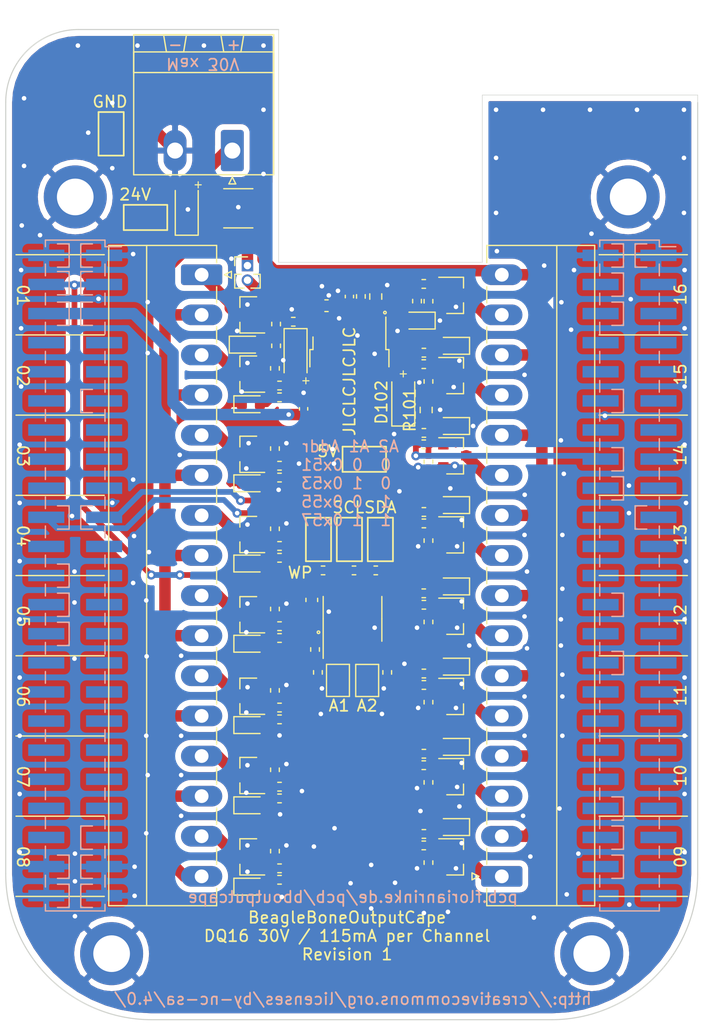
<source format=kicad_pcb>
(kicad_pcb (version 20171130) (host pcbnew 5.1.10)
  (title_block (title BeagleBoneOutputCape) (date 2021-06-13) (rev 1) (company "Florian Rinke") (comment 1 pcb.florianrinke.de/pcb/bboutputcape) (comment 2 "Attribution-NonCommercial-ShareAlike 4.0 International") (comment 3 http://creativecommons.org/licenses/by-nc-sa/4.0/))
  (layers (0 F.Cu signal) (31 B.Cu signal) (34 B.Paste user) (35 F.Paste user) (36 B.SilkS user) (37 F.SilkS user) (38 B.Mask user) (39 F.Mask user) (44 Edge.Cuts user))
  (net 0 "")
  (net 1 +3V3)
  (net 2 GNDD)
  (net 3 /SW1_A1)
  (net 4 /SW1_A2)
  (net 5 /SW1_A0)
  (net 6 /I2C2_SDA)
  (net 7 /I2C2_SCL)
  (net 8 +5V)
  (net 9 +24V)
  (net 10 /Out_CH02)
  (net 11 /Out_CH01)
  (net 12 /Out_CH06)
  (net 13 /Out_CH05)
  (net 14 /Out_CH04)
  (net 15 /Out_CH03)
  (net 16 /Out_CH12)
  (net 17 /Out_CH11)
  (net 18 /Out_CH10)
  (net 19 /Out_CH09)
  (net 20 /Out_CH08)
  (net 21 /Out_CH07)
  (net 22 "Net-(Q201-Pad1)")
  (net 23 "Net-(Q301-Pad1)")
  (net 24 "Net-(Q401-Pad1)")
  (net 25 "Net-(Q501-Pad1)")
  (net 26 "Net-(Q601-Pad1)")
  (net 27 "Net-(Q701-Pad1)")
  (net 28 "Net-(Q801-Pad1)")
  (net 29 "Net-(Q901-Pad1)")
  (net 30 "Net-(Q1001-Pad1)")
  (net 31 "Net-(Q1101-Pad1)")
  (net 32 "Net-(Q1201-Pad1)")
  (net 33 "Net-(Q1301-Pad1)")
  (net 34 /Ctrl_CH01)
  (net 35 /Ctrl_CH02)
  (net 36 /Ctrl_CH03)
  (net 37 /Ctrl_CH04)
  (net 38 /Ctrl_CH05)
  (net 39 /Ctrl_CH06)
  (net 40 /Ctrl_CH07)
  (net 41 /Ctrl_CH09)
  (net 42 /Ctrl_CH10)
  (net 43 /Ctrl_CH12)
  (net 44 /Out_CH16)
  (net 45 /Out_CH15)
  (net 46 /Out_CH14)
  (net 47 /Out_CH13)
  (net 48 "Net-(Q1401-Pad1)")
  (net 49 "Net-(Q1501-Pad1)")
  (net 50 "Net-(Q1601-Pad1)")
  (net 51 "Net-(Q1701-Pad1)")
  (net 52 "Net-(D201-Pad2)")
  (net 53 "Net-(D301-Pad2)")
  (net 54 "Net-(D401-Pad2)")
  (net 55 "Net-(D501-Pad2)")
  (net 56 "Net-(D601-Pad2)")
  (net 57 "Net-(D701-Pad2)")
  (net 58 "Net-(D801-Pad2)")
  (net 59 "Net-(D901-Pad2)")
  (net 60 "Net-(D1001-Pad2)")
  (net 61 "Net-(D1101-Pad2)")
  (net 62 "Net-(D1201-Pad2)")
  (net 63 "Net-(D1301-Pad2)")
  (net 64 "Net-(D1401-Pad2)")
  (net 65 "Net-(D1501-Pad2)")
  (net 66 "Net-(D1601-Pad2)")
  (net 67 "Net-(D1701-Pad2)")
  (net 68 /Ctrl_CH08)
  (net 69 /Ctrl_CH11)
  (net 70 /Ctrl_CH13)
  (net 71 /Ctrl_CH14)
  (net 72 /Ctrl_CH15)
  (net 73 /Ctrl_CH16)
  (net 74 "Net-(C103-Pad1)")
  (net 75 "Net-(D103-Pad2)")
  (net 76 "Net-(D103-Pad1)")
  (net 77 "Net-(C101-Pad1)")
  (net 78 /WP)
  (module Connector_PinHeader_2.54mm:PinHeader_2x23_P2.54mm_Vertical_SMD (layer B.Cu) (at 82.063 107.047 180)
    (fp_text reference U103)
    (fp_text value BBB_P9 hide)
    (pad 46 smd rect (at 2.525 -27.94 180) (size 3.15 1) (layers B.Cu B.Paste B.Mask) (net 2 GNDD))
    (pad 45 smd rect (at -2.525 -27.94 180) (size 3.15 1) (layers B.Cu B.Paste B.Mask) (net 2 GNDD))
    (pad 44 smd rect (at 2.525 -25.4 180) (size 3.15 1) (layers B.Cu B.Paste B.Mask) (net 2 GNDD))
    (pad 43 smd rect (at -2.525 -25.4 180) (size 3.15 1) (layers B.Cu B.Paste B.Mask) (net 2 GNDD))
    (pad 42 smd rect (at 2.525 -22.86 180) (size 3.15 1) (layers B.Cu B.Paste B.Mask))
    (pad 41 smd rect (at -2.525 -22.86 180) (size 3.15 1) (layers B.Cu B.Paste B.Mask))
    (pad 40 smd rect (at 2.525 -20.32 180) (size 3.15 1) (layers B.Cu B.Paste B.Mask))
    (pad 39 smd rect (at -2.525 -20.32 180) (size 3.15 1) (layers B.Cu B.Paste B.Mask))
    (pad 38 smd rect (at 2.525 -17.78 180) (size 3.15 1) (layers B.Cu B.Paste B.Mask))
    (pad 37 smd rect (at -2.525 -17.78 180) (size 3.15 1) (layers B.Cu B.Paste B.Mask))
    (pad 36 smd rect (at 2.525 -15.24 180) (size 3.15 1) (layers B.Cu B.Paste B.Mask))
    (pad 35 smd rect (at -2.525 -15.24 180) (size 3.15 1) (layers B.Cu B.Paste B.Mask))
    (pad 34 smd rect (at 2.525 -12.7 180) (size 3.15 1) (layers B.Cu B.Paste B.Mask))
    (pad 33 smd rect (at -2.525 -12.7 180) (size 3.15 1) (layers B.Cu B.Paste B.Mask))
    (pad 32 smd rect (at 2.525 -10.16 180) (size 3.15 1) (layers B.Cu B.Paste B.Mask))
    (pad 31 smd rect (at -2.525 -10.16 180) (size 3.15 1) (layers B.Cu B.Paste B.Mask))
    (pad 30 smd rect (at 2.525 -7.62 180) (size 3.15 1) (layers B.Cu B.Paste B.Mask))
    (pad 29 smd rect (at -2.525 -7.62 180) (size 3.15 1) (layers B.Cu B.Paste B.Mask))
    (pad 28 smd rect (at 2.525 -5.08 180) (size 3.15 1) (layers B.Cu B.Paste B.Mask))
    (pad 27 smd rect (at -2.525 -5.08 180) (size 3.15 1) (layers B.Cu B.Paste B.Mask))
    (pad 26 smd rect (at 2.525 -2.54 180) (size 3.15 1) (layers B.Cu B.Paste B.Mask))
    (pad 25 smd rect (at -2.525 -2.54 180) (size 3.15 1) (layers B.Cu B.Paste B.Mask))
    (pad 24 smd rect (at 2.525 0 180) (size 3.15 1) (layers B.Cu B.Paste B.Mask))
    (pad 23 smd rect (at -2.525 0 180) (size 3.15 1) (layers B.Cu B.Paste B.Mask))
    (pad 22 smd rect (at 2.525 2.54 180) (size 3.15 1) (layers B.Cu B.Paste B.Mask))
    (pad 21 smd rect (at -2.525 2.54 180) (size 3.15 1) (layers B.Cu B.Paste B.Mask))
    (pad 20 smd rect (at 2.525 5.08 180) (size 3.15 1) (layers B.Cu B.Paste B.Mask) (net 7 /I2C2_SCL))
    (pad 19 smd rect (at -2.525 5.08 180) (size 3.15 1) (layers B.Cu B.Paste B.Mask) (net 6 /I2C2_SDA))
    (pad 18 smd rect (at 2.525 7.62 180) (size 3.15 1) (layers B.Cu B.Paste B.Mask))
    (pad 17 smd rect (at -2.525 7.62 180) (size 3.15 1) (layers B.Cu B.Paste B.Mask))
    (pad 16 smd rect (at 2.525 10.16 180) (size 3.15 1) (layers B.Cu B.Paste B.Mask))
    (pad 15 smd rect (at -2.525 10.16 180) (size 3.15 1) (layers B.Cu B.Paste B.Mask))
    (pad 14 smd rect (at 2.525 12.7 180) (size 3.15 1) (layers B.Cu B.Paste B.Mask))
    (pad 13 smd rect (at -2.525 12.7 180) (size 3.15 1) (layers B.Cu B.Paste B.Mask))
    (pad 12 smd rect (at 2.525 15.24 180) (size 3.15 1) (layers B.Cu B.Paste B.Mask))
    (pad 11 smd rect (at -2.525 15.24 180) (size 3.15 1) (layers B.Cu B.Paste B.Mask))
    (pad 10 smd rect (at 2.525 17.78 180) (size 3.15 1) (layers B.Cu B.Paste B.Mask))
    (pad 9 smd rect (at -2.525 17.78 180) (size 3.15 1) (layers B.Cu B.Paste B.Mask))
    (pad 8 smd rect (at 2.525 20.32 180) (size 3.15 1) (layers B.Cu B.Paste B.Mask))
    (pad 7 smd rect (at -2.525 20.32 180) (size 3.15 1) (layers B.Cu B.Paste B.Mask))
    (pad 6 smd rect (at 2.525 22.86 180) (size 3.15 1) (layers B.Cu B.Paste B.Mask) (net 8 +5V))
    (pad 5 smd rect (at -2.525 22.86 180) (size 3.15 1) (layers B.Cu B.Paste B.Mask) (net 8 +5V))
    (pad 4 smd rect (at 2.525 25.4 180) (size 3.15 1) (layers B.Cu B.Paste B.Mask) (net 1 +3V3))
    (pad 3 smd rect (at -2.525 25.4 180) (size 3.15 1) (layers B.Cu B.Paste B.Mask) (net 1 +3V3))
    (pad 2 smd rect (at 2.525 27.94 180) (size 3.15 1) (layers B.Cu B.Paste B.Mask) (net 2 GNDD))
    (pad 1 smd rect (at -2.525 27.94 180) (size 3.15 1) (layers B.Cu B.Paste B.Mask) (net 2 GNDD))
  )
  (module Jumper:SolderJumper-2_P1.3mm_Open_TrianglePad1.0x1.5mm (layer F.Cu) (at 107.55 116.205 90)
    (fp_text reference JP103 hide)
    (fp_text value A2 (at -2.2 0 180) (layer F.SilkS))
    (pad 1 smd custom (at -0.725 0 90) (size 0.3 0.3) (layers F.Cu F.Mask) (net 2 GNDD) (options (clearance outline) (anchor rect)) (primitives (gr_poly (pts (xy -0.5 -0.75) (xy 0.5 -0.75) (xy 1 0) (xy 0.5 0.75) (xy -0.5 0.75)) (width 0))))
    (pad 2 smd custom (at 0.725 0 90) (size 0.3 0.3) (layers F.Cu F.Mask) (net 4 /SW1_A2) (options (clearance outline) (anchor rect)) (primitives (gr_poly (pts (xy -0.65 -0.75) (xy 0.5 -0.75) (xy 0.5 0.75) (xy -0.65 0.75) (xy -0.15 0)) (width 0))))
  )
  (module Jumper:SolderJumper-2_P1.3mm_Open_TrianglePad1.0x1.5mm (layer F.Cu) (at 105 116.2 90)
    (fp_text reference JP102 hide)
    (fp_text value A1 (at -2.2 0.1 180) (layer F.SilkS))
    (pad 1 smd custom (at -0.725 0 90) (size 0.3 0.3) (layers F.Cu F.Mask) (net 2 GNDD) (options (clearance outline) (anchor rect)) (primitives (gr_poly (pts (xy -0.5 -0.75) (xy 0.5 -0.75) (xy 1 0) (xy 0.5 0.75) (xy -0.5 0.75)) (width 0))))
    (pad 2 smd custom (at 0.725 0 90) (size 0.3 0.3) (layers F.Cu F.Mask) (net 3 /SW1_A1) (options (clearance outline) (anchor rect)) (primitives (gr_poly (pts (xy -0.65 -0.75) (xy 0.5 -0.75) (xy 0.5 0.75) (xy -0.65 0.75) (xy -0.15 0)) (width 0))))
  )
  (module TestPoint:TestPoint_Keystone_5015_Micro-Minature (layer F.Cu) (at 85.2 68.5 90)
    (fp_text reference TP106 hide)
    (fp_text value GND hide)
    (pad 1 smd rect (at 0 0 90) (size 3.4 1.8) (layers F.Cu F.Paste F.Mask) (net 2 GNDD))
  )
  (module TestPoint:TestPoint_Keystone_5015_Micro-Minature (layer F.Cu) (at 88.2 75.8)
    (fp_text reference TP105 hide)
    (fp_text value 24V hide)
    (pad 1 smd rect (at 0 0) (size 3.4 1.8) (layers F.Cu F.Paste F.Mask) (net 9 +24V))
  )
  (module TestPoint:TestPoint_Keystone_5015_Micro-Minature (layer F.Cu) (at 107.3 96.9)
    (fp_text reference TP101 hide)
    (fp_text value 5V hide)
    (pad 1 smd rect (at 0 0) (size 3.4 1.8) (layers F.Cu F.Paste F.Mask) (net 8 +5V))
  )
  (module Connector_PinHeader_1.27mm:PinHeader_1x02_P1.27mm_Vertical (layer F.Cu) (at 97.1 80)
    (fp_text reference JP101)
    (fp_text value PWR hide)
    (pad 2 thru_hole oval (at 0 1.27) (size 1 1) (drill 0.65) (layers *.Cu *.Mask) (net 77 "Net-(C101-Pad1)"))
    (pad 1 thru_hole rect (at 0 0) (size 1 1) (drill 0.65) (layers *.Cu *.Mask) (net 9 +24V))
  )
  (module TestPoint:TestPoint_Keystone_5015_Micro-Minature (layer F.Cu) (at 108.7 103.9 270)
    (fp_text reference TP104 hide)
    (fp_text value SDA hide)
    (pad 1 smd rect (at 0 0 270) (size 3.4 1.8) (layers F.Cu F.Paste F.Mask) (net 6 /I2C2_SDA))
  )
  (module TestPoint:TestPoint_Keystone_5015_Micro-Minature (layer F.Cu) (at 106 103.9 270)
    (fp_text reference TP103 hide)
    (fp_text value SCL hide)
    (pad 1 smd rect (at 0 0 270) (size 3.4 1.8) (layers F.Cu F.Paste F.Mask) (net 7 /I2C2_SCL))
  )
  (module TestPoint:TestPoint_Keystone_5015_Micro-Minature (layer F.Cu) (at 103.3 103.9 270)
    (fp_text reference TP102 hide)
    (fp_text value WP hide)
    (pad 1 smd rect (at 0 0 270) (size 3.4 1.8) (layers F.Cu F.Paste F.Mask) (net 78 /WP))
  )
  (module Resistor_SMD:R_0402_1005Metric (layer F.Cu) (at 112.9 83.11 90)
    (fp_text reference R1702)
    (fp_text value 47k hide)
    (pad 2 smd roundrect (at 0.51 0 90) (size 0.54 0.64) (layers F.Cu F.Paste F.Mask) (net 51 "Net-(Q1701-Pad1)"))
    (pad 1 smd roundrect (at -0.51 0 90) (size 0.54 0.64) (layers F.Cu F.Paste F.Mask) (net 2 GNDD))
  )
  (module Fuse:Fuse_1812_4532Metric_Castellated (layer F.Cu) (at 96.3 75 180)
    (fp_text reference F101)
    (fp_text value 750mA hide)
    (pad 2 smd roundrect (at 2.1625 0 180) (size 1.475 3.3) (layers F.Cu F.Paste F.Mask) (roundrect_rratio 0.169492) (net 76 "Net-(D103-Pad1)"))
    (pad 1 smd roundrect (at -2.1625 0 180) (size 1.475 3.3) (layers F.Cu F.Paste F.Mask) (roundrect_rratio 0.169492) (net 9 +24V))
  )
  (module Diode_SMD:D_SOD-123 (layer F.Cu) (at 91.8 75.1 90)
    (fp_text reference D103)
    (fp_text value B5819W hide)
    (pad 2 smd rect (at 1.65 0 90) (size 0.9 1.2) (layers F.Cu F.Paste F.Mask) (net 75 "Net-(D103-Pad2)"))
    (pad 1 smd rect (at -1.65 0 90) (size 0.9 1.2) (layers F.Cu F.Paste F.Mask) (net 76 "Net-(D103-Pad1)"))
  )
  (module Package_TO_SOT_SMD:TO-252-2 (layer F.Cu) (at 106 89.8 270)
    (fp_text reference U101)
    (fp_text value LM317_TO-252 hide)
    (pad 2 smd rect (at 2.1 0 270) (size 6.4 5.8) (layers F.Cu F.Mask) (net 8 +5V))
    (pad 3 smd rect (at -4.2 2.28 270) (size 2.2 1.2) (layers F.Cu F.Paste F.Mask) (net 77 "Net-(C101-Pad1)"))
    (pad 1 smd rect (at -4.2 -2.28 270) (size 2.2 1.2) (layers F.Cu F.Paste F.Mask) (net 74 "Net-(C103-Pad1)"))
  )
  (module Resistor_SMD:R_0603_1608Metric (layer F.Cu) (at 108.3 82.7 90)
    (fp_text reference R103)
    (fp_text value 820 hide)
    (pad 2 smd roundrect (at 0.825 0 90) (size 0.8 0.95) (layers F.Cu F.Paste F.Mask) (net 2 GNDD))
    (pad 1 smd roundrect (at -0.825 0 90) (size 0.8 0.95) (layers F.Cu F.Paste F.Mask) (net 74 "Net-(C103-Pad1)"))
  )
  (module Resistor_SMD:R_0402_1005Metric (layer F.Cu) (at 107 82.69 90)
    (fp_text reference R102)
    (fp_text value 5.6k hide)
    (pad 2 smd roundrect (at 0.51 0 90) (size 0.54 0.64) (layers F.Cu F.Paste F.Mask) (net 2 GNDD))
    (pad 1 smd roundrect (at -0.51 0 90) (size 0.54 0.64) (layers F.Cu F.Paste F.Mask) (net 74 "Net-(C103-Pad1)"))
  )
  (module Resistor_SMD:R_0603_1608Metric (layer F.Cu) (at 112.7 92.6 90)
    (fp_text reference R101 (at 0 -1.43 270) (layer F.SilkS))
    (fp_text value 240)
    (pad 2 smd roundrect (at 0.825 0 90) (size 0.8 0.95) (layers F.Cu F.Paste F.Mask) (net 74 "Net-(C103-Pad1)"))
    (pad 1 smd roundrect (at -0.825 0 90) (size 0.8 0.95) (layers F.Cu F.Paste F.Mask) (net 8 +5V))
  )
  (module Diode_SMD:D_SOD-123F (layer F.Cu) (at 110.7 91.8 90)
    (fp_text reference D102 (at -0.127 -1.905 270) (layer F.SilkS))
    (fp_text value SM4007)
    (pad 2 smd rect (at 1.4 0 90) (size 1.1 1.1) (layers F.Cu F.Paste F.Mask) (net 74 "Net-(C103-Pad1)"))
    (pad 1 smd rect (at -1.4 0 90) (size 1.1 1.1) (layers F.Cu F.Paste F.Mask) (net 8 +5V))
  )
  (module Diode_SMD:D_SOD-123F (layer F.Cu) (at 101.3 87.7 270)
    (fp_text reference D101)
    (fp_text value SM4007 hide)
    (pad 2 smd rect (at 1.4 0 270) (size 1.1 1.1) (layers F.Cu F.Paste F.Mask) (net 8 +5V))
    (pad 1 smd rect (at -1.4 0 270) (size 1.1 1.1) (layers F.Cu F.Paste F.Mask) (net 77 "Net-(C101-Pad1)"))
  )
  (module Capacitor_SMD:C_0402_1005Metric (layer F.Cu) (at 106 82.7 90)
    (fp_text reference C103)
    (fp_text value 10u hide)
    (pad 2 smd roundrect (at 0.48 0 90) (size 0.56 0.62) (layers F.Cu F.Paste F.Mask) (net 2 GNDD))
    (pad 1 smd roundrect (at -0.48 0 90) (size 0.56 0.62) (layers F.Cu F.Paste F.Mask) (net 74 "Net-(C103-Pad1)"))
  )
  (module Capacitor_SMD:C_0402_1005Metric (layer F.Cu) (at 102 92.5 90)
    (fp_text reference C102)
    (fp_text value 10u hide)
    (pad 2 smd roundrect (at 0.48 0 90) (size 0.56 0.62) (layers F.Cu F.Paste F.Mask) (net 2 GNDD))
    (pad 1 smd roundrect (at -0.48 0 90) (size 0.56 0.62) (layers F.Cu F.Paste F.Mask) (net 8 +5V))
  )
  (module Capacitor_SMD:C_0603_1608Metric (layer F.Cu) (at 104 83.5)
    (fp_text reference C101)
    (fp_text value 100n hide)
    (pad 2 smd roundrect (at 0.775 0) (size 0.9 0.95) (layers F.Cu F.Paste F.Mask) (net 2 GNDD))
    (pad 1 smd roundrect (at -0.775 0) (size 0.9 0.95) (layers F.Cu F.Paste F.Mask) (net 77 "Net-(C101-Pad1)"))
  )
  (module Resistor_SMD:R_0402_1005Metric (layer F.Cu) (at 111.9 83.1 270)
    (fp_text reference R1703)
    (fp_text value 5.6k hide)
    (pad 2 smd roundrect (at 0.51 0 270) (size 0.54 0.64) (layers F.Cu F.Paste F.Mask) (net 67 "Net-(D1701-Pad2)"))
    (pad 1 smd roundrect (at -0.51 0 270) (size 0.54 0.64) (layers F.Cu F.Paste F.Mask) (net 73 /Ctrl_CH16))
  )
  (module Resistor_SMD:R_0402_1005Metric (layer F.Cu) (at 112.5 87.6)
    (fp_text reference R1603)
    (fp_text value 5.6k hide)
    (pad 2 smd roundrect (at 0.51 0) (size 0.54 0.64) (layers F.Cu F.Paste F.Mask) (net 66 "Net-(D1601-Pad2)"))
    (pad 1 smd roundrect (at -0.51 0) (size 0.54 0.64) (layers F.Cu F.Paste F.Mask) (net 72 /Ctrl_CH15))
  )
  (module Resistor_SMD:R_0402_1005Metric (layer F.Cu) (at 112.5 94.6)
    (fp_text reference R1503)
    (fp_text value 5.6k hide)
    (pad 2 smd roundrect (at 0.51 0) (size 0.54 0.64) (layers F.Cu F.Paste F.Mask) (net 65 "Net-(D1501-Pad2)"))
    (pad 1 smd roundrect (at -0.51 0) (size 0.54 0.64) (layers F.Cu F.Paste F.Mask) (net 71 /Ctrl_CH14))
  )
  (module Resistor_SMD:R_0402_1005Metric (layer F.Cu) (at 112.5 101.5)
    (fp_text reference R1403)
    (fp_text value 5.6k hide)
    (pad 2 smd roundrect (at 0.51 0) (size 0.54 0.64) (layers F.Cu F.Paste F.Mask) (net 64 "Net-(D1401-Pad2)"))
    (pad 1 smd roundrect (at -0.51 0) (size 0.54 0.64) (layers F.Cu F.Paste F.Mask) (net 70 /Ctrl_CH13))
  )
  (module Resistor_SMD:R_0402_1005Metric (layer F.Cu) (at 112.49 108.6)
    (fp_text reference R1303)
    (fp_text value 5.6k hide)
    (pad 2 smd roundrect (at 0.51 0) (size 0.54 0.64) (layers F.Cu F.Paste F.Mask) (net 63 "Net-(D1301-Pad2)"))
    (pad 1 smd roundrect (at -0.51 0) (size 0.54 0.64) (layers F.Cu F.Paste F.Mask) (net 43 /Ctrl_CH12))
  )
  (module Resistor_SMD:R_0402_1005Metric (layer F.Cu) (at 112.5 115.6)
    (fp_text reference R1203)
    (fp_text value 5.6k hide)
    (pad 2 smd roundrect (at 0.51 0) (size 0.54 0.64) (layers F.Cu F.Paste F.Mask) (net 62 "Net-(D1201-Pad2)"))
    (pad 1 smd roundrect (at -0.51 0) (size 0.54 0.64) (layers F.Cu F.Paste F.Mask) (net 69 /Ctrl_CH11))
  )
  (module Resistor_SMD:R_0402_1005Metric (layer F.Cu) (at 112.5 122.6)
    (fp_text reference R1103)
    (fp_text value 5.6k hide)
    (pad 2 smd roundrect (at 0.51 0) (size 0.54 0.64) (layers F.Cu F.Paste F.Mask) (net 61 "Net-(D1101-Pad2)"))
    (pad 1 smd roundrect (at -0.51 0) (size 0.54 0.64) (layers F.Cu F.Paste F.Mask) (net 42 /Ctrl_CH10))
  )
  (module Resistor_SMD:R_0402_1005Metric (layer F.Cu) (at 112.5 129.6)
    (fp_text reference R1003)
    (fp_text value 5.6k hide)
    (pad 2 smd roundrect (at 0.51 0) (size 0.54 0.64) (layers F.Cu F.Paste F.Mask) (net 60 "Net-(D1001-Pad2)"))
    (pad 1 smd roundrect (at -0.51 0) (size 0.54 0.64) (layers F.Cu F.Paste F.Mask) (net 41 /Ctrl_CH09))
  )
  (module Resistor_SMD:R_0402_1005Metric (layer F.Cu) (at 99.9 133.6 180)
    (fp_text reference R903)
    (fp_text value 5.6k hide)
    (pad 2 smd roundrect (at 0.51 0 180) (size 0.54 0.64) (layers F.Cu F.Paste F.Mask) (net 59 "Net-(D901-Pad2)"))
    (pad 1 smd roundrect (at -0.51 0 180) (size 0.54 0.64) (layers F.Cu F.Paste F.Mask) (net 68 /Ctrl_CH08))
  )
  (module Resistor_SMD:R_0402_1005Metric (layer F.Cu) (at 99.9 126.5 180)
    (fp_text reference R803)
    (fp_text value 5.6k hide)
    (pad 2 smd roundrect (at 0.51 0 180) (size 0.54 0.64) (layers F.Cu F.Paste F.Mask) (net 58 "Net-(D801-Pad2)"))
    (pad 1 smd roundrect (at -0.51 0 180) (size 0.54 0.64) (layers F.Cu F.Paste F.Mask) (net 40 /Ctrl_CH07))
  )
  (module Resistor_SMD:R_0402_1005Metric (layer F.Cu) (at 99.9 119.6 180)
    (fp_text reference R703)
    (fp_text value 5.6k hide)
    (pad 2 smd roundrect (at 0.51 0 180) (size 0.54 0.64) (layers F.Cu F.Paste F.Mask) (net 57 "Net-(D701-Pad2)"))
    (pad 1 smd roundrect (at -0.51 0 180) (size 0.54 0.64) (layers F.Cu F.Paste F.Mask) (net 39 /Ctrl_CH06))
  )
  (module Resistor_SMD:R_0402_1005Metric (layer F.Cu) (at 99.9 112.5 180)
    (fp_text reference R603)
    (fp_text value 5.6k hide)
    (pad 2 smd roundrect (at 0.51 0 180) (size 0.54 0.64) (layers F.Cu F.Paste F.Mask) (net 56 "Net-(D601-Pad2)"))
    (pad 1 smd roundrect (at -0.51 0 180) (size 0.54 0.64) (layers F.Cu F.Paste F.Mask) (net 38 /Ctrl_CH05))
  )
  (module Resistor_SMD:R_0402_1005Metric (layer F.Cu) (at 99.9 105.5 180)
    (fp_text reference R503)
    (fp_text value 5.6k hide)
    (pad 2 smd roundrect (at 0.51 0 180) (size 0.54 0.64) (layers F.Cu F.Paste F.Mask) (net 55 "Net-(D501-Pad2)"))
    (pad 1 smd roundrect (at -0.51 0 180) (size 0.54 0.64) (layers F.Cu F.Paste F.Mask) (net 37 /Ctrl_CH04))
  )
  (module Resistor_SMD:R_0402_1005Metric (layer F.Cu) (at 99.9 98.5 180)
    (fp_text reference R403)
    (fp_text value 5.6k hide)
    (pad 2 smd roundrect (at 0.51 0 180) (size 0.54 0.64) (layers F.Cu F.Paste F.Mask) (net 54 "Net-(D401-Pad2)"))
    (pad 1 smd roundrect (at -0.51 0 180) (size 0.54 0.64) (layers F.Cu F.Paste F.Mask) (net 36 /Ctrl_CH03))
  )
  (module Resistor_SMD:R_0402_1005Metric (layer F.Cu) (at 99.9 91.5 180)
    (fp_text reference R303)
    (fp_text value 5.6k hide)
    (pad 2 smd roundrect (at 0.51 0 180) (size 0.54 0.64) (layers F.Cu F.Paste F.Mask) (net 53 "Net-(D301-Pad2)"))
    (pad 1 smd roundrect (at -0.51 0 180) (size 0.54 0.64) (layers F.Cu F.Paste F.Mask) (net 35 /Ctrl_CH02))
  )
  (module Resistor_SMD:R_0402_1005Metric (layer F.Cu) (at 99.6 87 270)
    (fp_text reference R203)
    (fp_text value 5.6k hide)
    (pad 2 smd roundrect (at 0.51 0 270) (size 0.54 0.64) (layers F.Cu F.Paste F.Mask) (net 52 "Net-(D201-Pad2)"))
    (pad 1 smd roundrect (at -0.51 0 270) (size 0.54 0.64) (layers F.Cu F.Paste F.Mask) (net 34 /Ctrl_CH01))
  )
  (module LED_SMD:LED_0603_1608Metric (layer F.Cu) (at 112 84.8 180)
    (fp_text reference D1701)
    (fp_text value LED hide)
    (pad 2 smd roundrect (at 0.7875 0 180) (size 0.875 0.95) (layers F.Cu F.Paste F.Mask) (net 67 "Net-(D1701-Pad2)"))
    (pad 1 smd roundrect (at -0.7875 0 180) (size 0.875 0.95) (layers F.Cu F.Paste F.Mask) (net 2 GNDD))
  )
  (module LED_SMD:LED_0603_1608Metric (layer F.Cu) (at 115 87 180)
    (fp_text reference D1601)
    (fp_text value LED hide)
    (pad 2 smd roundrect (at 0.7875 0 180) (size 0.875 0.95) (layers F.Cu F.Paste F.Mask) (net 66 "Net-(D1601-Pad2)"))
    (pad 1 smd roundrect (at -0.7875 0 180) (size 0.875 0.95) (layers F.Cu F.Paste F.Mask) (net 2 GNDD))
  )
  (module LED_SMD:LED_0603_1608Metric (layer F.Cu) (at 115 94 180)
    (fp_text reference D1501)
    (fp_text value LED hide)
    (pad 2 smd roundrect (at 0.7875 0 180) (size 0.875 0.95) (layers F.Cu F.Paste F.Mask) (net 65 "Net-(D1501-Pad2)"))
    (pad 1 smd roundrect (at -0.7875 0 180) (size 0.875 0.95) (layers F.Cu F.Paste F.Mask) (net 2 GNDD))
  )
  (module LED_SMD:LED_0603_1608Metric (layer F.Cu) (at 115 100.9 180)
    (fp_text reference D1401)
    (fp_text value LED hide)
    (pad 2 smd roundrect (at 0.7875 0 180) (size 0.875 0.95) (layers F.Cu F.Paste F.Mask) (net 64 "Net-(D1401-Pad2)"))
    (pad 1 smd roundrect (at -0.7875 0 180) (size 0.875 0.95) (layers F.Cu F.Paste F.Mask) (net 2 GNDD))
  )
  (module LED_SMD:LED_0603_1608Metric (layer F.Cu) (at 115 108 180)
    (fp_text reference D1301)
    (fp_text value LED hide)
    (pad 2 smd roundrect (at 0.7875 0 180) (size 0.875 0.95) (layers F.Cu F.Paste F.Mask) (net 63 "Net-(D1301-Pad2)"))
    (pad 1 smd roundrect (at -0.7875 0 180) (size 0.875 0.95) (layers F.Cu F.Paste F.Mask) (net 2 GNDD))
  )
  (module LED_SMD:LED_0603_1608Metric (layer F.Cu) (at 115 115 180)
    (fp_text reference D1201)
    (fp_text value LED hide)
    (pad 2 smd roundrect (at 0.7875 0 180) (size 0.875 0.95) (layers F.Cu F.Paste F.Mask) (net 62 "Net-(D1201-Pad2)"))
    (pad 1 smd roundrect (at -0.7875 0 180) (size 0.875 0.95) (layers F.Cu F.Paste F.Mask) (net 2 GNDD))
  )
  (module LED_SMD:LED_0603_1608Metric (layer F.Cu) (at 115 122 180)
    (fp_text reference D1101)
    (fp_text value LED hide)
    (pad 2 smd roundrect (at 0.7875 0 180) (size 0.875 0.95) (layers F.Cu F.Paste F.Mask) (net 61 "Net-(D1101-Pad2)"))
    (pad 1 smd roundrect (at -0.7875 0 180) (size 0.875 0.95) (layers F.Cu F.Paste F.Mask) (net 2 GNDD))
  )
  (module LED_SMD:LED_0603_1608Metric (layer F.Cu) (at 115 129 180)
    (fp_text reference D1001)
    (fp_text value LED hide)
    (pad 2 smd roundrect (at 0.7875 0 180) (size 0.875 0.95) (layers F.Cu F.Paste F.Mask) (net 60 "Net-(D1001-Pad2)"))
    (pad 1 smd roundrect (at -0.7875 0 180) (size 0.875 0.95) (layers F.Cu F.Paste F.Mask) (net 2 GNDD))
  )
  (module LED_SMD:LED_0603_1608Metric (layer F.Cu) (at 97.4 134.2)
    (fp_text reference D901)
    (fp_text value LED hide)
    (pad 2 smd roundrect (at 0.7875 0) (size 0.875 0.95) (layers F.Cu F.Paste F.Mask) (net 59 "Net-(D901-Pad2)"))
    (pad 1 smd roundrect (at -0.7875 0) (size 0.875 0.95) (layers F.Cu F.Paste F.Mask) (net 2 GNDD))
  )
  (module LED_SMD:LED_0603_1608Metric (layer F.Cu) (at 97.4 127.1)
    (fp_text reference D801)
    (fp_text value LED hide)
    (pad 2 smd roundrect (at 0.7875 0) (size 0.875 0.95) (layers F.Cu F.Paste F.Mask) (net 58 "Net-(D801-Pad2)"))
    (pad 1 smd roundrect (at -0.7875 0) (size 0.875 0.95) (layers F.Cu F.Paste F.Mask) (net 2 GNDD))
  )
  (module LED_SMD:LED_0603_1608Metric (layer F.Cu) (at 97.4 120.1)
    (fp_text reference D701)
    (fp_text value LED hide)
    (pad 2 smd roundrect (at 0.7875 0) (size 0.875 0.95) (layers F.Cu F.Paste F.Mask) (net 57 "Net-(D701-Pad2)"))
    (pad 1 smd roundrect (at -0.7875 0) (size 0.875 0.95) (layers F.Cu F.Paste F.Mask) (net 2 GNDD))
  )
  (module LED_SMD:LED_0603_1608Metric (layer F.Cu) (at 97.4 113)
    (fp_text reference D601)
    (fp_text value LED hide)
    (pad 2 smd roundrect (at 0.7875 0) (size 0.875 0.95) (layers F.Cu F.Paste F.Mask) (net 56 "Net-(D601-Pad2)"))
    (pad 1 smd roundrect (at -0.7875 0) (size 0.875 0.95) (layers F.Cu F.Paste F.Mask) (net 2 GNDD))
  )
  (module LED_SMD:LED_0603_1608Metric (layer F.Cu) (at 97.4 106)
    (fp_text reference D501)
    (fp_text value LED hide)
    (pad 2 smd roundrect (at 0.7875 0) (size 0.875 0.95) (layers F.Cu F.Paste F.Mask) (net 55 "Net-(D501-Pad2)"))
    (pad 1 smd roundrect (at -0.7875 0) (size 0.875 0.95) (layers F.Cu F.Paste F.Mask) (net 2 GNDD))
  )
  (module LED_SMD:LED_0603_1608Metric (layer F.Cu) (at 97.4 99)
    (fp_text reference D401)
    (fp_text value LED hide)
    (pad 2 smd roundrect (at 0.7875 0) (size 0.875 0.95) (layers F.Cu F.Paste F.Mask) (net 54 "Net-(D401-Pad2)"))
    (pad 1 smd roundrect (at -0.7875 0) (size 0.875 0.95) (layers F.Cu F.Paste F.Mask) (net 2 GNDD))
  )
  (module LED_SMD:LED_0603_1608Metric (layer F.Cu) (at 97.4 92.1)
    (fp_text reference D301)
    (fp_text value LED hide)
    (pad 2 smd roundrect (at 0.7875 0) (size 0.875 0.95) (layers F.Cu F.Paste F.Mask) (net 53 "Net-(D301-Pad2)"))
    (pad 1 smd roundrect (at -0.7875 0) (size 0.875 0.95) (layers F.Cu F.Paste F.Mask) (net 2 GNDD))
  )
  (module LED_SMD:LED_0603_1608Metric (layer F.Cu) (at 97 86.9)
    (fp_text reference D201)
    (fp_text value LED hide)
    (pad 2 smd roundrect (at 0.7875 0) (size 0.875 0.95) (layers F.Cu F.Paste F.Mask) (net 52 "Net-(D201-Pad2)"))
    (pad 1 smd roundrect (at -0.7875 0) (size 0.875 0.95) (layers F.Cu F.Paste F.Mask) (net 2 GNDD))
  )
  (module Connector_PinHeader_2.54mm:PinHeader_2x23_P2.54mm_Vertical_SMD (layer B.Cu) (at 130.45 107.047 180)
    (fp_text reference U104)
    (fp_text value BBB_P8 hide)
    (pad 46 smd rect (at 2.525 -27.94 180) (size 3.15 1) (layers B.Cu B.Paste B.Mask))
    (pad 45 smd rect (at -2.525 -27.94 180) (size 3.15 1) (layers B.Cu B.Paste B.Mask))
    (pad 44 smd rect (at 2.525 -25.4 180) (size 3.15 1) (layers B.Cu B.Paste B.Mask))
    (pad 43 smd rect (at -2.525 -25.4 180) (size 3.15 1) (layers B.Cu B.Paste B.Mask))
    (pad 42 smd rect (at 2.525 -22.86 180) (size 3.15 1) (layers B.Cu B.Paste B.Mask))
    (pad 41 smd rect (at -2.525 -22.86 180) (size 3.15 1) (layers B.Cu B.Paste B.Mask))
    (pad 40 smd rect (at 2.525 -20.32 180) (size 3.15 1) (layers B.Cu B.Paste B.Mask))
    (pad 39 smd rect (at -2.525 -20.32 180) (size 3.15 1) (layers B.Cu B.Paste B.Mask))
    (pad 38 smd rect (at 2.525 -17.78 180) (size 3.15 1) (layers B.Cu B.Paste B.Mask))
    (pad 37 smd rect (at -2.525 -17.78 180) (size 3.15 1) (layers B.Cu B.Paste B.Mask))
    (pad 36 smd rect (at 2.525 -15.24 180) (size 3.15 1) (layers B.Cu B.Paste B.Mask))
    (pad 35 smd rect (at -2.525 -15.24 180) (size 3.15 1) (layers B.Cu B.Paste B.Mask))
    (pad 34 smd rect (at 2.525 -12.7 180) (size 3.15 1) (layers B.Cu B.Paste B.Mask))
    (pad 33 smd rect (at -2.525 -12.7 180) (size 3.15 1) (layers B.Cu B.Paste B.Mask))
    (pad 32 smd rect (at 2.525 -10.16 180) (size 3.15 1) (layers B.Cu B.Paste B.Mask))
    (pad 31 smd rect (at -2.525 -10.16 180) (size 3.15 1) (layers B.Cu B.Paste B.Mask))
    (pad 30 smd rect (at 2.525 -7.62 180) (size 3.15 1) (layers B.Cu B.Paste B.Mask))
    (pad 29 smd rect (at -2.525 -7.62 180) (size 3.15 1) (layers B.Cu B.Paste B.Mask))
    (pad 28 smd rect (at 2.525 -5.08 180) (size 3.15 1) (layers B.Cu B.Paste B.Mask))
    (pad 27 smd rect (at -2.525 -5.08 180) (size 3.15 1) (layers B.Cu B.Paste B.Mask))
    (pad 26 smd rect (at 2.525 -2.54 180) (size 3.15 1) (layers B.Cu B.Paste B.Mask))
    (pad 25 smd rect (at -2.525 -2.54 180) (size 3.15 1) (layers B.Cu B.Paste B.Mask))
    (pad 24 smd rect (at 2.525 0 180) (size 3.15 1) (layers B.Cu B.Paste B.Mask))
    (pad 23 smd rect (at -2.525 0 180) (size 3.15 1) (layers B.Cu B.Paste B.Mask))
    (pad 22 smd rect (at 2.525 2.54 180) (size 3.15 1) (layers B.Cu B.Paste B.Mask))
    (pad 21 smd rect (at -2.525 2.54 180) (size 3.15 1) (layers B.Cu B.Paste B.Mask))
    (pad 20 smd rect (at 2.525 5.08 180) (size 3.15 1) (layers B.Cu B.Paste B.Mask))
    (pad 19 smd rect (at -2.525 5.08 180) (size 3.15 1) (layers B.Cu B.Paste B.Mask))
    (pad 18 smd rect (at 2.525 7.62 180) (size 3.15 1) (layers B.Cu B.Paste B.Mask))
    (pad 17 smd rect (at -2.525 7.62 180) (size 3.15 1) (layers B.Cu B.Paste B.Mask))
    (pad 16 smd rect (at 2.525 10.16 180) (size 3.15 1) (layers B.Cu B.Paste B.Mask))
    (pad 15 smd rect (at -2.525 10.16 180) (size 3.15 1) (layers B.Cu B.Paste B.Mask))
    (pad 14 smd rect (at 2.525 12.7 180) (size 3.15 1) (layers B.Cu B.Paste B.Mask))
    (pad 13 smd rect (at -2.525 12.7 180) (size 3.15 1) (layers B.Cu B.Paste B.Mask))
    (pad 12 smd rect (at 2.525 15.24 180) (size 3.15 1) (layers B.Cu B.Paste B.Mask))
    (pad 11 smd rect (at -2.525 15.24 180) (size 3.15 1) (layers B.Cu B.Paste B.Mask))
    (pad 10 smd rect (at 2.525 17.78 180) (size 3.15 1) (layers B.Cu B.Paste B.Mask))
    (pad 9 smd rect (at -2.525 17.78 180) (size 3.15 1) (layers B.Cu B.Paste B.Mask))
    (pad 8 smd rect (at 2.525 20.32 180) (size 3.15 1) (layers B.Cu B.Paste B.Mask))
    (pad 7 smd rect (at -2.525 20.32 180) (size 3.15 1) (layers B.Cu B.Paste B.Mask))
    (pad 6 smd rect (at 2.525 22.86 180) (size 3.15 1) (layers B.Cu B.Paste B.Mask))
    (pad 5 smd rect (at -2.525 22.86 180) (size 3.15 1) (layers B.Cu B.Paste B.Mask))
    (pad 4 smd rect (at 2.525 25.4 180) (size 3.15 1) (layers B.Cu B.Paste B.Mask))
    (pad 3 smd rect (at -2.525 25.4 180) (size 3.15 1) (layers B.Cu B.Paste B.Mask))
    (pad 2 smd rect (at 2.525 27.94 180) (size 3.15 1) (layers B.Cu B.Paste B.Mask) (net 2 GNDD))
    (pad 1 smd rect (at -2.525 27.94 180) (size 3.15 1) (layers B.Cu B.Paste B.Mask) (net 2 GNDD))
  )
  (module Connector_Phoenix_MC:PhoenixContact_MC_1,5_16-G-3.5_1x16_P3.50mm_Horizontal (layer F.Cu) (at 119.3 133.3 90)
    (fp_text reference J102)
    (fp_text value Conn_01x16_Female)
    (pad 16 thru_hole oval (at 52.5 0 90) (size 1.8 3.6) (drill 1.2) (layers *.Cu *.Mask) (net 9 +24V))
    (pad 15 thru_hole oval (at 49 0 90) (size 1.8 3.6) (drill 1.2) (layers *.Cu *.Mask) (net 44 /Out_CH16))
    (pad 14 thru_hole oval (at 45.5 0 90) (size 1.8 3.6) (drill 1.2) (layers *.Cu *.Mask) (net 9 +24V))
    (pad 13 thru_hole oval (at 42 0 90) (size 1.8 3.6) (drill 1.2) (layers *.Cu *.Mask) (net 45 /Out_CH15))
    (pad 12 thru_hole oval (at 38.5 0 90) (size 1.8 3.6) (drill 1.2) (layers *.Cu *.Mask) (net 9 +24V))
    (pad 11 thru_hole oval (at 35 0 90) (size 1.8 3.6) (drill 1.2) (layers *.Cu *.Mask) (net 46 /Out_CH14))
    (pad 10 thru_hole oval (at 31.5 0 90) (size 1.8 3.6) (drill 1.2) (layers *.Cu *.Mask) (net 9 +24V))
    (pad 9 thru_hole oval (at 28 0 90) (size 1.8 3.6) (drill 1.2) (layers *.Cu *.Mask) (net 47 /Out_CH13))
    (pad 8 thru_hole oval (at 24.5 0 90) (size 1.8 3.6) (drill 1.2) (layers *.Cu *.Mask) (net 9 +24V))
    (pad 7 thru_hole oval (at 21 0 90) (size 1.8 3.6) (drill 1.2) (layers *.Cu *.Mask) (net 16 /Out_CH12))
    (pad 6 thru_hole oval (at 17.5 0 90) (size 1.8 3.6) (drill 1.2) (layers *.Cu *.Mask) (net 9 +24V))
    (pad 5 thru_hole oval (at 14 0 90) (size 1.8 3.6) (drill 1.2) (layers *.Cu *.Mask) (net 17 /Out_CH11))
    (pad 4 thru_hole oval (at 10.5 0 90) (size 1.8 3.6) (drill 1.2) (layers *.Cu *.Mask) (net 9 +24V))
    (pad 3 thru_hole oval (at 7 0 90) (size 1.8 3.6) (drill 1.2) (layers *.Cu *.Mask) (net 18 /Out_CH10))
    (pad 2 thru_hole oval (at 3.5 0 90) (size 1.8 3.6) (drill 1.2) (layers *.Cu *.Mask) (net 9 +24V))
    (pad 1 thru_hole roundrect (at 0 0 90) (size 1.8 3.6) (drill 1.2) (layers *.Cu *.Mask) (roundrect_rratio 0.1388888888888889) (net 19 /Out_CH09))
  )
  (module Connector_Phoenix_MC:PhoenixContact_MC_1,5_16-G-3.5_1x16_P3.50mm_Horizontal (layer F.Cu) (at 93.1 80.8 270)
    (fp_text reference J101)
    (fp_text value Conn_01x16_Female)
    (pad 16 thru_hole oval (at 52.5 0 270) (size 1.8 3.6) (drill 1.2) (layers *.Cu *.Mask) (net 9 +24V))
    (pad 15 thru_hole oval (at 49 0 270) (size 1.8 3.6) (drill 1.2) (layers *.Cu *.Mask) (net 20 /Out_CH08))
    (pad 14 thru_hole oval (at 45.5 0 270) (size 1.8 3.6) (drill 1.2) (layers *.Cu *.Mask) (net 9 +24V))
    (pad 13 thru_hole oval (at 42 0 270) (size 1.8 3.6) (drill 1.2) (layers *.Cu *.Mask) (net 21 /Out_CH07))
    (pad 12 thru_hole oval (at 38.5 0 270) (size 1.8 3.6) (drill 1.2) (layers *.Cu *.Mask) (net 9 +24V))
    (pad 11 thru_hole oval (at 35 0 270) (size 1.8 3.6) (drill 1.2) (layers *.Cu *.Mask) (net 12 /Out_CH06))
    (pad 10 thru_hole oval (at 31.5 0 270) (size 1.8 3.6) (drill 1.2) (layers *.Cu *.Mask) (net 9 +24V))
    (pad 9 thru_hole oval (at 28 0 270) (size 1.8 3.6) (drill 1.2) (layers *.Cu *.Mask) (net 13 /Out_CH05))
    (pad 8 thru_hole oval (at 24.5 0 270) (size 1.8 3.6) (drill 1.2) (layers *.Cu *.Mask) (net 9 +24V))
    (pad 7 thru_hole oval (at 21 0 270) (size 1.8 3.6) (drill 1.2) (layers *.Cu *.Mask) (net 14 /Out_CH04))
    (pad 6 thru_hole oval (at 17.5 0 270) (size 1.8 3.6) (drill 1.2) (layers *.Cu *.Mask) (net 9 +24V))
    (pad 5 thru_hole oval (at 14 0 270) (size 1.8 3.6) (drill 1.2) (layers *.Cu *.Mask) (net 15 /Out_CH03))
    (pad 4 thru_hole oval (at 10.5 0 270) (size 1.8 3.6) (drill 1.2) (layers *.Cu *.Mask) (net 9 +24V))
    (pad 3 thru_hole oval (at 7 0 270) (size 1.8 3.6) (drill 1.2) (layers *.Cu *.Mask) (net 10 /Out_CH02))
    (pad 2 thru_hole oval (at 3.5 0 270) (size 1.8 3.6) (drill 1.2) (layers *.Cu *.Mask) (net 9 +24V))
    (pad 1 thru_hole roundrect (at 0 0 270) (size 1.8 3.6) (drill 1.2) (layers *.Cu *.Mask) (roundrect_rratio 0.1388888888888889) (net 11 /Out_CH01))
  )
  (module Resistor_SMD:R_0402_1005Metric (layer F.Cu) (at 112.49 81.6)
    (fp_text reference R1701)
    (fp_text value 120 hide)
    (pad 2 smd roundrect (at 0.51 0) (size 0.54 0.64) (layers F.Cu F.Paste F.Mask) (net 51 "Net-(Q1701-Pad1)"))
    (pad 1 smd roundrect (at -0.51 0) (size 0.54 0.64) (layers F.Cu F.Paste F.Mask) (net 73 /Ctrl_CH16))
  )
  (module Resistor_SMD:R_0402_1005Metric (layer F.Cu) (at 112.9 90.11 90)
    (fp_text reference R1602)
    (fp_text value 47k hide)
    (pad 2 smd roundrect (at 0.51 0 90) (size 0.54 0.64) (layers F.Cu F.Paste F.Mask) (net 50 "Net-(Q1601-Pad1)"))
    (pad 1 smd roundrect (at -0.51 0 90) (size 0.54 0.64) (layers F.Cu F.Paste F.Mask) (net 2 GNDD))
  )
  (module Resistor_SMD:R_0402_1005Metric (layer F.Cu) (at 112.49 88.6)
    (fp_text reference R1601)
    (fp_text value 120 hide)
    (pad 2 smd roundrect (at 0.51 0) (size 0.54 0.64) (layers F.Cu F.Paste F.Mask) (net 50 "Net-(Q1601-Pad1)"))
    (pad 1 smd roundrect (at -0.51 0) (size 0.54 0.64) (layers F.Cu F.Paste F.Mask) (net 72 /Ctrl_CH15))
  )
  (module Resistor_SMD:R_0402_1005Metric (layer F.Cu) (at 112.9 97.11 90)
    (fp_text reference R1502)
    (fp_text value 47k hide)
    (pad 2 smd roundrect (at 0.51 0 90) (size 0.54 0.64) (layers F.Cu F.Paste F.Mask) (net 49 "Net-(Q1501-Pad1)"))
    (pad 1 smd roundrect (at -0.51 0 90) (size 0.54 0.64) (layers F.Cu F.Paste F.Mask) (net 2 GNDD))
  )
  (module Resistor_SMD:R_0402_1005Metric (layer F.Cu) (at 112.49 95.6)
    (fp_text reference R1501)
    (fp_text value 120 hide)
    (pad 2 smd roundrect (at 0.51 0) (size 0.54 0.64) (layers F.Cu F.Paste F.Mask) (net 49 "Net-(Q1501-Pad1)"))
    (pad 1 smd roundrect (at -0.51 0) (size 0.54 0.64) (layers F.Cu F.Paste F.Mask) (net 71 /Ctrl_CH14))
  )
  (module Resistor_SMD:R_0402_1005Metric (layer F.Cu) (at 112.9 104 90)
    (fp_text reference R1402)
    (fp_text value 47k hide)
    (pad 2 smd roundrect (at 0.51 0 90) (size 0.54 0.64) (layers F.Cu F.Paste F.Mask) (net 48 "Net-(Q1401-Pad1)"))
    (pad 1 smd roundrect (at -0.51 0 90) (size 0.54 0.64) (layers F.Cu F.Paste F.Mask) (net 2 GNDD))
  )
  (module Resistor_SMD:R_0402_1005Metric (layer F.Cu) (at 112.5 102.5)
    (fp_text reference R1401)
    (fp_text value 120 hide)
    (pad 2 smd roundrect (at 0.51 0) (size 0.54 0.64) (layers F.Cu F.Paste F.Mask) (net 48 "Net-(Q1401-Pad1)"))
    (pad 1 smd roundrect (at -0.51 0) (size 0.54 0.64) (layers F.Cu F.Paste F.Mask) (net 70 /Ctrl_CH13))
  )
  (module Package_TO_SOT_SMD:SOT-23 (layer F.Cu) (at 115.2 82.6)
    (fp_text reference Q1701)
    (fp_text value 2N7002 hide)
    (pad 3 smd rect (at 1 0) (size 0.9 0.8) (layers F.Cu F.Paste F.Mask) (net 44 /Out_CH16))
    (pad 2 smd rect (at -1 0.95) (size 0.9 0.8) (layers F.Cu F.Paste F.Mask) (net 2 GNDD))
    (pad 1 smd rect (at -1 -0.95) (size 0.9 0.8) (layers F.Cu F.Paste F.Mask) (net 51 "Net-(Q1701-Pad1)"))
  )
  (module Package_TO_SOT_SMD:SOT-23 (layer F.Cu) (at 115.2 89.6)
    (fp_text reference Q1601)
    (fp_text value 2N7002 hide)
    (pad 3 smd rect (at 1 0) (size 0.9 0.8) (layers F.Cu F.Paste F.Mask) (net 45 /Out_CH15))
    (pad 2 smd rect (at -1 0.95) (size 0.9 0.8) (layers F.Cu F.Paste F.Mask) (net 2 GNDD))
    (pad 1 smd rect (at -1 -0.95) (size 0.9 0.8) (layers F.Cu F.Paste F.Mask) (net 50 "Net-(Q1601-Pad1)"))
  )
  (module Package_TO_SOT_SMD:SOT-23 (layer F.Cu) (at 115.2 96.6)
    (fp_text reference Q1501)
    (fp_text value 2N7002 hide)
    (pad 3 smd rect (at 1 0) (size 0.9 0.8) (layers F.Cu F.Paste F.Mask) (net 46 /Out_CH14))
    (pad 2 smd rect (at -1 0.95) (size 0.9 0.8) (layers F.Cu F.Paste F.Mask) (net 2 GNDD))
    (pad 1 smd rect (at -1 -0.95) (size 0.9 0.8) (layers F.Cu F.Paste F.Mask) (net 49 "Net-(Q1501-Pad1)"))
  )
  (module Package_TO_SOT_SMD:SOT-23 (layer F.Cu) (at 115.2 103.5)
    (fp_text reference Q1401)
    (fp_text value 2N7002 hide)
    (pad 3 smd rect (at 1 0) (size 0.9 0.8) (layers F.Cu F.Paste F.Mask) (net 47 /Out_CH13))
    (pad 2 smd rect (at -1 0.95) (size 0.9 0.8) (layers F.Cu F.Paste F.Mask) (net 2 GNDD))
    (pad 1 smd rect (at -1 -0.95) (size 0.9 0.8) (layers F.Cu F.Paste F.Mask) (net 48 "Net-(Q1401-Pad1)"))
  )
  (module Resistor_SMD:R_0402_1005Metric (layer F.Cu) (at 112.9 111.1 90)
    (fp_text reference R1302)
    (fp_text value 47k hide)
    (pad 2 smd roundrect (at 0.51 0 90) (size 0.54 0.64) (layers F.Cu F.Paste F.Mask) (net 33 "Net-(Q1301-Pad1)"))
    (pad 1 smd roundrect (at -0.51 0 90) (size 0.54 0.64) (layers F.Cu F.Paste F.Mask) (net 2 GNDD))
  )
  (module Resistor_SMD:R_0402_1005Metric (layer F.Cu) (at 112.5 109.6)
    (fp_text reference R1301)
    (fp_text value 120 hide)
    (pad 2 smd roundrect (at 0.51 0) (size 0.54 0.64) (layers F.Cu F.Paste F.Mask) (net 33 "Net-(Q1301-Pad1)"))
    (pad 1 smd roundrect (at -0.51 0) (size 0.54 0.64) (layers F.Cu F.Paste F.Mask) (net 43 /Ctrl_CH12))
  )
  (module Resistor_SMD:R_0402_1005Metric (layer F.Cu) (at 112.9 118.1 90)
    (fp_text reference R1202)
    (fp_text value 47k hide)
    (pad 2 smd roundrect (at 0.51 0 90) (size 0.54 0.64) (layers F.Cu F.Paste F.Mask) (net 32 "Net-(Q1201-Pad1)"))
    (pad 1 smd roundrect (at -0.51 0 90) (size 0.54 0.64) (layers F.Cu F.Paste F.Mask) (net 2 GNDD))
  )
  (module Resistor_SMD:R_0402_1005Metric (layer F.Cu) (at 112.5 116.6)
    (fp_text reference R1201)
    (fp_text value 120 hide)
    (pad 2 smd roundrect (at 0.51 0) (size 0.54 0.64) (layers F.Cu F.Paste F.Mask) (net 32 "Net-(Q1201-Pad1)"))
    (pad 1 smd roundrect (at -0.51 0) (size 0.54 0.64) (layers F.Cu F.Paste F.Mask) (net 69 /Ctrl_CH11))
  )
  (module Resistor_SMD:R_0402_1005Metric (layer F.Cu) (at 112.9 125.1 90)
    (fp_text reference R1102)
    (fp_text value 47k hide)
    (pad 2 smd roundrect (at 0.51 0 90) (size 0.54 0.64) (layers F.Cu F.Paste F.Mask) (net 31 "Net-(Q1101-Pad1)"))
    (pad 1 smd roundrect (at -0.51 0 90) (size 0.54 0.64) (layers F.Cu F.Paste F.Mask) (net 2 GNDD))
  )
  (module Resistor_SMD:R_0402_1005Metric (layer F.Cu) (at 112.49 123.6)
    (fp_text reference R1101)
    (fp_text value 120 hide)
    (pad 2 smd roundrect (at 0.51 0) (size 0.54 0.64) (layers F.Cu F.Paste F.Mask) (net 31 "Net-(Q1101-Pad1)"))
    (pad 1 smd roundrect (at -0.51 0) (size 0.54 0.64) (layers F.Cu F.Paste F.Mask) (net 42 /Ctrl_CH10))
  )
  (module Resistor_SMD:R_0402_1005Metric (layer F.Cu) (at 112.9 132.1 90)
    (fp_text reference R1002)
    (fp_text value 47k hide)
    (pad 2 smd roundrect (at 0.51 0 90) (size 0.54 0.64) (layers F.Cu F.Paste F.Mask) (net 30 "Net-(Q1001-Pad1)"))
    (pad 1 smd roundrect (at -0.51 0 90) (size 0.54 0.64) (layers F.Cu F.Paste F.Mask) (net 2 GNDD))
  )
  (module Resistor_SMD:R_0402_1005Metric (layer F.Cu) (at 112.49 130.6)
    (fp_text reference R1001)
    (fp_text value 120 hide)
    (pad 2 smd roundrect (at 0.51 0) (size 0.54 0.64) (layers F.Cu F.Paste F.Mask) (net 30 "Net-(Q1001-Pad1)"))
    (pad 1 smd roundrect (at -0.51 0) (size 0.54 0.64) (layers F.Cu F.Paste F.Mask) (net 41 /Ctrl_CH09))
  )
  (module Resistor_SMD:R_0402_1005Metric (layer F.Cu) (at 99.5 131.1 270)
    (fp_text reference R902)
    (fp_text value 47k hide)
    (pad 2 smd roundrect (at 0.51 0 270) (size 0.54 0.64) (layers F.Cu F.Paste F.Mask) (net 29 "Net-(Q901-Pad1)"))
    (pad 1 smd roundrect (at -0.51 0 270) (size 0.54 0.64) (layers F.Cu F.Paste F.Mask) (net 2 GNDD))
  )
  (module Resistor_SMD:R_0402_1005Metric (layer F.Cu) (at 99.9 132.6 180)
    (fp_text reference R901)
    (fp_text value 120 hide)
    (pad 2 smd roundrect (at 0.51 0 180) (size 0.54 0.64) (layers F.Cu F.Paste F.Mask) (net 29 "Net-(Q901-Pad1)"))
    (pad 1 smd roundrect (at -0.51 0 180) (size 0.54 0.64) (layers F.Cu F.Paste F.Mask) (net 68 /Ctrl_CH08))
  )
  (module Resistor_SMD:R_0402_1005Metric (layer F.Cu) (at 99.5 124 270)
    (fp_text reference R802)
    (fp_text value 47k hide)
    (pad 2 smd roundrect (at 0.51 0 270) (size 0.54 0.64) (layers F.Cu F.Paste F.Mask) (net 28 "Net-(Q801-Pad1)"))
    (pad 1 smd roundrect (at -0.51 0 270) (size 0.54 0.64) (layers F.Cu F.Paste F.Mask) (net 2 GNDD))
  )
  (module Resistor_SMD:R_0402_1005Metric (layer F.Cu) (at 99.9 125.4766 180)
    (fp_text reference R801)
    (fp_text value 120 hide)
    (pad 2 smd roundrect (at 0.51 0 180) (size 0.54 0.64) (layers F.Cu F.Paste F.Mask) (net 28 "Net-(Q801-Pad1)"))
    (pad 1 smd roundrect (at -0.51 0 180) (size 0.54 0.64) (layers F.Cu F.Paste F.Mask) (net 40 /Ctrl_CH07))
  )
  (module Resistor_SMD:R_0402_1005Metric (layer F.Cu) (at 99.4996 117.06868 270)
    (fp_text reference R702)
    (fp_text value 47k hide)
    (pad 2 smd roundrect (at 0.51 0 270) (size 0.54 0.64) (layers F.Cu F.Paste F.Mask) (net 27 "Net-(Q701-Pad1)"))
    (pad 1 smd roundrect (at -0.51 0 270) (size 0.54 0.64) (layers F.Cu F.Paste F.Mask) (net 2 GNDD))
  )
  (module Resistor_SMD:R_0402_1005Metric (layer F.Cu) (at 99.8996 118.56868 180)
    (fp_text reference R701)
    (fp_text value 120 hide)
    (pad 2 smd roundrect (at 0.51 0 180) (size 0.54 0.64) (layers F.Cu F.Paste F.Mask) (net 27 "Net-(Q701-Pad1)"))
    (pad 1 smd roundrect (at -0.51 0 180) (size 0.54 0.64) (layers F.Cu F.Paste F.Mask) (net 39 /Ctrl_CH06))
  )
  (module Resistor_SMD:R_0402_1005Metric (layer F.Cu) (at 99.4996 109.96868 270)
    (fp_text reference R602)
    (fp_text value 47k hide)
    (pad 2 smd roundrect (at 0.51 0 270) (size 0.54 0.64) (layers F.Cu F.Paste F.Mask) (net 26 "Net-(Q601-Pad1)"))
    (pad 1 smd roundrect (at -0.51 0 270) (size 0.54 0.64) (layers F.Cu F.Paste F.Mask) (net 2 GNDD))
  )
  (module Resistor_SMD:R_0402_1005Metric (layer F.Cu) (at 99.8996 111.46868 180)
    (fp_text reference R601)
    (fp_text value 120 hide)
    (pad 2 smd roundrect (at 0.51 0 180) (size 0.54 0.64) (layers F.Cu F.Paste F.Mask) (net 26 "Net-(Q601-Pad1)"))
    (pad 1 smd roundrect (at -0.51 0 180) (size 0.54 0.64) (layers F.Cu F.Paste F.Mask) (net 38 /Ctrl_CH05))
  )
  (module Resistor_SMD:R_0402_1005Metric (layer F.Cu) (at 99.4996 102.96868 270)
    (fp_text reference R502)
    (fp_text value 47k hide)
    (pad 2 smd roundrect (at 0.51 0 270) (size 0.54 0.64) (layers F.Cu F.Paste F.Mask) (net 25 "Net-(Q501-Pad1)"))
    (pad 1 smd roundrect (at -0.51 0 270) (size 0.54 0.64) (layers F.Cu F.Paste F.Mask) (net 2 GNDD))
  )
  (module Resistor_SMD:R_0402_1005Metric (layer F.Cu) (at 99.8996 104.46868 180)
    (fp_text reference R501)
    (fp_text value 120 hide)
    (pad 2 smd roundrect (at 0.51 0 180) (size 0.54 0.64) (layers F.Cu F.Paste F.Mask) (net 25 "Net-(Q501-Pad1)"))
    (pad 1 smd roundrect (at -0.51 0 180) (size 0.54 0.64) (layers F.Cu F.Paste F.Mask) (net 37 /Ctrl_CH04))
  )
  (module Resistor_SMD:R_0402_1005Metric (layer F.Cu) (at 99.4996 95.96868 270)
    (fp_text reference R402)
    (fp_text value 47k hide)
    (pad 2 smd roundrect (at 0.51 0 270) (size 0.54 0.64) (layers F.Cu F.Paste F.Mask) (net 24 "Net-(Q401-Pad1)"))
    (pad 1 smd roundrect (at -0.51 0 270) (size 0.54 0.64) (layers F.Cu F.Paste F.Mask) (net 2 GNDD))
  )
  (module Resistor_SMD:R_0402_1005Metric (layer F.Cu) (at 99.8996 97.46868 180)
    (fp_text reference R401)
    (fp_text value 120 hide)
    (pad 2 smd roundrect (at 0.51 0 180) (size 0.54 0.64) (layers F.Cu F.Paste F.Mask) (net 24 "Net-(Q401-Pad1)"))
    (pad 1 smd roundrect (at -0.51 0 180) (size 0.54 0.64) (layers F.Cu F.Paste F.Mask) (net 36 /Ctrl_CH03))
  )
  (module Resistor_SMD:R_0402_1005Metric (layer F.Cu) (at 99.4996 88.96868 270)
    (fp_text reference R302)
    (fp_text value 47k hide)
    (pad 2 smd roundrect (at 0.51 0 270) (size 0.54 0.64) (layers F.Cu F.Paste F.Mask) (net 23 "Net-(Q301-Pad1)"))
    (pad 1 smd roundrect (at -0.51 0 270) (size 0.54 0.64) (layers F.Cu F.Paste F.Mask) (net 2 GNDD))
  )
  (module Resistor_SMD:R_0402_1005Metric (layer F.Cu) (at 99.8996 90.46868 180)
    (fp_text reference R301)
    (fp_text value 120 hide)
    (pad 2 smd roundrect (at 0.51 0 180) (size 0.54 0.64) (layers F.Cu F.Paste F.Mask) (net 23 "Net-(Q301-Pad1)"))
    (pad 1 smd roundrect (at -0.51 0 180) (size 0.54 0.64) (layers F.Cu F.Paste F.Mask) (net 35 /Ctrl_CH02))
  )
  (module Package_TO_SOT_SMD:SOT-23 (layer F.Cu) (at 115.2 110.6)
    (fp_text reference Q1301)
    (fp_text value 2N7002 hide)
    (pad 3 smd rect (at 1 0) (size 0.9 0.8) (layers F.Cu F.Paste F.Mask) (net 16 /Out_CH12))
    (pad 2 smd rect (at -1 0.95) (size 0.9 0.8) (layers F.Cu F.Paste F.Mask) (net 2 GNDD))
    (pad 1 smd rect (at -1 -0.95) (size 0.9 0.8) (layers F.Cu F.Paste F.Mask) (net 33 "Net-(Q1301-Pad1)"))
  )
  (module Package_TO_SOT_SMD:SOT-23 (layer F.Cu) (at 115.2 117.6)
    (fp_text reference Q1201)
    (fp_text value 2N7002 hide)
    (pad 3 smd rect (at 1 0) (size 0.9 0.8) (layers F.Cu F.Paste F.Mask) (net 17 /Out_CH11))
    (pad 2 smd rect (at -1 0.95) (size 0.9 0.8) (layers F.Cu F.Paste F.Mask) (net 2 GNDD))
    (pad 1 smd rect (at -1 -0.95) (size 0.9 0.8) (layers F.Cu F.Paste F.Mask) (net 32 "Net-(Q1201-Pad1)"))
  )
  (module Package_TO_SOT_SMD:SOT-23 (layer F.Cu) (at 115.2 124.6)
    (fp_text reference Q1101)
    (fp_text value 2N7002 hide)
    (pad 3 smd rect (at 1 0) (size 0.9 0.8) (layers F.Cu F.Paste F.Mask) (net 18 /Out_CH10))
    (pad 2 smd rect (at -1 0.95) (size 0.9 0.8) (layers F.Cu F.Paste F.Mask) (net 2 GNDD))
    (pad 1 smd rect (at -1 -0.95) (size 0.9 0.8) (layers F.Cu F.Paste F.Mask) (net 31 "Net-(Q1101-Pad1)"))
  )
  (module Package_TO_SOT_SMD:SOT-23 (layer F.Cu) (at 115.2 131.6)
    (fp_text reference Q1001)
    (fp_text value 2N7002 hide)
    (pad 3 smd rect (at 1 0) (size 0.9 0.8) (layers F.Cu F.Paste F.Mask) (net 19 /Out_CH09))
    (pad 2 smd rect (at -1 0.95) (size 0.9 0.8) (layers F.Cu F.Paste F.Mask) (net 2 GNDD))
    (pad 1 smd rect (at -1 -0.95) (size 0.9 0.8) (layers F.Cu F.Paste F.Mask) (net 30 "Net-(Q1001-Pad1)"))
  )
  (module Package_TO_SOT_SMD:SOT-23 (layer F.Cu) (at 97.2 131.6 180)
    (fp_text reference Q901)
    (fp_text value 2N7002 hide)
    (pad 3 smd rect (at 1 0 180) (size 0.9 0.8) (layers F.Cu F.Paste F.Mask) (net 20 /Out_CH08))
    (pad 2 smd rect (at -1 0.95 180) (size 0.9 0.8) (layers F.Cu F.Paste F.Mask) (net 2 GNDD))
    (pad 1 smd rect (at -1 -0.95 180) (size 0.9 0.8) (layers F.Cu F.Paste F.Mask) (net 29 "Net-(Q901-Pad1)"))
  )
  (module Package_TO_SOT_SMD:SOT-23 (layer F.Cu) (at 97.2 124.5 180)
    (fp_text reference Q801)
    (fp_text value 2N7002 hide)
    (pad 3 smd rect (at 1 0 180) (size 0.9 0.8) (layers F.Cu F.Paste F.Mask) (net 21 /Out_CH07))
    (pad 2 smd rect (at -1 0.95 180) (size 0.9 0.8) (layers F.Cu F.Paste F.Mask) (net 2 GNDD))
    (pad 1 smd rect (at -1 -0.95 180) (size 0.9 0.8) (layers F.Cu F.Paste F.Mask) (net 28 "Net-(Q801-Pad1)"))
  )
  (module Package_TO_SOT_SMD:SOT-23 (layer F.Cu) (at 97.1996 117.58068 180)
    (fp_text reference Q701)
    (fp_text value 2N7002 hide)
    (pad 3 smd rect (at 1 0 180) (size 0.9 0.8) (layers F.Cu F.Paste F.Mask) (net 12 /Out_CH06))
    (pad 2 smd rect (at -1 0.95 180) (size 0.9 0.8) (layers F.Cu F.Paste F.Mask) (net 2 GNDD))
    (pad 1 smd rect (at -1 -0.95 180) (size 0.9 0.8) (layers F.Cu F.Paste F.Mask) (net 27 "Net-(Q701-Pad1)"))
  )
  (module Package_TO_SOT_SMD:SOT-23 (layer F.Cu) (at 97.1996 110.46868 180)
    (fp_text reference Q601)
    (fp_text value 2N7002 hide)
    (pad 3 smd rect (at 1 0 180) (size 0.9 0.8) (layers F.Cu F.Paste F.Mask) (net 13 /Out_CH05))
    (pad 2 smd rect (at -1 0.95 180) (size 0.9 0.8) (layers F.Cu F.Paste F.Mask) (net 2 GNDD))
    (pad 1 smd rect (at -1 -0.95 180) (size 0.9 0.8) (layers F.Cu F.Paste F.Mask) (net 26 "Net-(Q601-Pad1)"))
  )
  (module Package_TO_SOT_SMD:SOT-23 (layer F.Cu) (at 97.1996 103.46868 180)
    (fp_text reference Q501)
    (fp_text value 2N7002 hide)
    (pad 3 smd rect (at 1 0 180) (size 0.9 0.8) (layers F.Cu F.Paste F.Mask) (net 14 /Out_CH04))
    (pad 2 smd rect (at -1 0.95 180) (size 0.9 0.8) (layers F.Cu F.Paste F.Mask) (net 2 GNDD))
    (pad 1 smd rect (at -1 -0.95 180) (size 0.9 0.8) (layers F.Cu F.Paste F.Mask) (net 25 "Net-(Q501-Pad1)"))
  )
  (module Package_TO_SOT_SMD:SOT-23 (layer F.Cu) (at 97.1996 96.46868 180)
    (fp_text reference Q401)
    (fp_text value 2N7002 hide)
    (pad 3 smd rect (at 1 0 180) (size 0.9 0.8) (layers F.Cu F.Paste F.Mask) (net 15 /Out_CH03))
    (pad 2 smd rect (at -1 0.95 180) (size 0.9 0.8) (layers F.Cu F.Paste F.Mask) (net 2 GNDD))
    (pad 1 smd rect (at -1 -0.95 180) (size 0.9 0.8) (layers F.Cu F.Paste F.Mask) (net 24 "Net-(Q401-Pad1)"))
  )
  (module Package_TO_SOT_SMD:SOT-23 (layer F.Cu) (at 97.1996 89.46868 180)
    (fp_text reference Q301)
    (fp_text value 2N7002 hide)
    (pad 3 smd rect (at 1 0 180) (size 0.9 0.8) (layers F.Cu F.Paste F.Mask) (net 10 /Out_CH02))
    (pad 2 smd rect (at -1 0.95 180) (size 0.9 0.8) (layers F.Cu F.Paste F.Mask) (net 2 GNDD))
    (pad 1 smd rect (at -1 -0.95 180) (size 0.9 0.8) (layers F.Cu F.Paste F.Mask) (net 23 "Net-(Q301-Pad1)"))
  )
  (module Package_TO_SOT_SMD:SOT-23 (layer F.Cu) (at 97.2 84.3 180)
    (fp_text reference Q201)
    (fp_text value 2N7002 hide)
    (pad 3 smd rect (at 1 0 180) (size 0.9 0.8) (layers F.Cu F.Paste F.Mask) (net 11 /Out_CH01))
    (pad 2 smd rect (at -1 0.95 180) (size 0.9 0.8) (layers F.Cu F.Paste F.Mask) (net 2 GNDD))
    (pad 1 smd rect (at -1 -0.95 180) (size 0.9 0.8) (layers F.Cu F.Paste F.Mask) (net 22 "Net-(Q201-Pad1)"))
  )
  (module Resistor_SMD:R_0402_1005Metric (layer F.Cu) (at 101.1 84.9 180)
    (fp_text reference R202)
    (fp_text value 47k hide)
    (pad 2 smd roundrect (at 0.51 0 180) (size 0.54 0.64) (layers F.Cu F.Paste F.Mask) (net 22 "Net-(Q201-Pad1)"))
    (pad 1 smd roundrect (at -0.51 0 180) (size 0.54 0.64) (layers F.Cu F.Paste F.Mask) (net 2 GNDD))
  )
  (module Resistor_SMD:R_0402_1005Metric (layer F.Cu) (at 99.6 85.1 90)
    (fp_text reference R201)
    (fp_text value 120 hide)
    (pad 2 smd roundrect (at 0.51 0 90) (size 0.54 0.64) (layers F.Cu F.Paste F.Mask) (net 22 "Net-(Q201-Pad1)"))
    (pad 1 smd roundrect (at -0.51 0 90) (size 0.54 0.64) (layers F.Cu F.Paste F.Mask) (net 34 /Ctrl_CH01))
  )
  (module Resistor_SMD:R_0402_1005Metric (layer F.Cu) (at 103.7 106.6)
    (fp_text reference R109)
    (fp_text value 5.6k hide)
    (pad 2 smd roundrect (at 0.51 0) (size 0.54 0.64) (layers F.Cu F.Paste F.Mask) (net 78 /WP))
    (pad 1 smd roundrect (at -0.51 0) (size 0.54 0.64) (layers F.Cu F.Paste F.Mask) (net 1 +3V3))
  )
  (module Resistor_SMD:R_0402_1005Metric (layer F.Cu) (at 109.3 115.5 90)
    (fp_text reference R108)
    (fp_text value 5.6k hide)
    (pad 2 smd roundrect (at 0.51 0 90) (size 0.54 0.64) (layers F.Cu F.Paste F.Mask) (net 4 /SW1_A2))
    (pad 1 smd roundrect (at -0.51 0 90) (size 0.54 0.64) (layers F.Cu F.Paste F.Mask) (net 1 +3V3))
  )
  (module Resistor_SMD:R_0402_1005Metric (layer F.Cu) (at 103.25 115.5 90)
    (fp_text reference R107)
    (fp_text value 5.6k hide)
    (pad 2 smd roundrect (at 0.51 0 90) (size 0.54 0.64) (layers F.Cu F.Paste F.Mask) (net 3 /SW1_A1))
    (pad 1 smd roundrect (at -0.51 0 90) (size 0.54 0.64) (layers F.Cu F.Paste F.Mask) (net 1 +3V3))
  )
  (module Resistor_SMD:R_0402_1005Metric (layer F.Cu) (at 106.4 106.6)
    (fp_text reference R106)
    (fp_text value 5.6k hide)
    (pad 2 smd roundrect (at 0.51 0) (size 0.54 0.64) (layers F.Cu F.Paste F.Mask) (net 7 /I2C2_SCL))
    (pad 1 smd roundrect (at -0.51 0) (size 0.54 0.64) (layers F.Cu F.Paste F.Mask) (net 1 +3V3))
  )
  (module Resistor_SMD:R_0402_1005Metric (layer F.Cu) (at 108.3 106.6 180)
    (fp_text reference R105)
    (fp_text value 5.6k hide)
    (pad 2 smd roundrect (at 0.51 0 180) (size 0.54 0.64) (layers F.Cu F.Paste F.Mask) (net 6 /I2C2_SDA))
    (pad 1 smd roundrect (at -0.51 0 180) (size 0.54 0.64) (layers F.Cu F.Paste F.Mask) (net 1 +3V3))
  )
  (module Resistor_SMD:R_0402_1005Metric (layer F.Cu) (at 103 113.5 270)
    (fp_text reference R104)
    (fp_text value 5.6k hide)
    (pad 2 smd roundrect (at 0.51 0 270) (size 0.54 0.64) (layers F.Cu F.Paste F.Mask) (net 5 /SW1_A0))
    (pad 1 smd roundrect (at -0.51 0 270) (size 0.54 0.64) (layers F.Cu F.Paste F.Mask) (net 1 +3V3))
  )
  (module Connector_Phoenix_MSTB:PhoenixContact_MSTBA_2,5_2-G_1x02_P5.00mm_Horizontal (layer F.Cu) (at 95.779 69.963 180)
    (fp_text reference J103 hide)
    (fp_text value 24V hide)
    (pad 2 thru_hole oval (at 5 0 180) (size 2 3.6) (drill 1.4) (layers *.Cu *.Mask) (net 2 GNDD))
    (pad 1 thru_hole roundrect (at 0 0 180) (size 2 3.6) (drill 1.4) (layers *.Cu *.Mask) (roundrect_rratio 0.125) (net 75 "Net-(D103-Pad2)"))
  )
  (module MountingHole:MountingHole_3.2mm_M3_ISO14580_Pad (layer F.Cu) (at 127.15308 140.04668)
    (fp_text reference H104)
    (fp_text value MountingHole_Pad hide)
    (pad 1 thru_hole circle (at 0 0) (size 5.5 5.5) (drill 3.2) (layers *.Cu *.Mask) (net 2 GNDD))
  )
  (module MountingHole:MountingHole_3.2mm_M3_ISO14580_Pad (layer F.Cu) (at 85.24308 140.04668)
    (fp_text reference H103)
    (fp_text value MountingHole_Pad hide)
    (pad 1 thru_hole circle (at 0 0) (size 5.5 5.5) (drill 3.2) (layers *.Cu *.Mask) (net 2 GNDD))
  )
  (module MountingHole:MountingHole_3.2mm_M3_ISO14580_Pad (layer F.Cu) (at 130.32808 74.00668)
    (fp_text reference H102)
    (fp_text value MountingHole_Pad hide)
    (pad 1 thru_hole circle (at 0 0) (size 5.5 5.5) (drill 3.2) (layers *.Cu *.Mask) (net 2 GNDD))
  )
  (module MountingHole:MountingHole_3.2mm_M3_ISO14580_Pad (layer F.Cu) (at 82.06808 74.00922)
    (fp_text reference H101)
    (fp_text value MountingHole_Pad hide)
    (pad 1 thru_hole circle (at 0 0) (size 5.5 5.5) (drill 3.2) (layers *.Cu *.Mask) (net 2 GNDD))
  )
  (module Capacitor_SMD:C_0603_1608Metric (layer F.Cu) (at 102.715 109.177 270)
    (fp_text reference C104)
    (fp_text value 100n hide)
    (pad 1 smd roundrect (at -0.775 0 270) (size 0.9 0.95) (layers F.Cu F.Paste F.Mask) (net 1 +3V3))
    (pad 2 smd roundrect (at 0.775 0 270) (size 0.9 0.95) (layers F.Cu F.Paste F.Mask) (net 2 GNDD))
  )
  (module Package_SO:SOIC-8_3.9x4.9mm_P1.27mm (layer F.Cu) (at 106.271 110.828 90)
    (fp_text reference U102)
    (fp_text value AT24C256C-SSHL-T hide)
    (pad 1 smd roundrect (at -2.475 -1.905 90) (size 1.95 0.6) (layers F.Cu F.Paste F.Mask) (net 5 /SW1_A0))
    (pad 2 smd roundrect (at -2.475 -0.635 90) (size 1.95 0.6) (layers F.Cu F.Paste F.Mask) (net 3 /SW1_A1))
    (pad 3 smd roundrect (at -2.475 0.635 90) (size 1.95 0.6) (layers F.Cu F.Paste F.Mask) (net 4 /SW1_A2))
    (pad 4 smd roundrect (at -2.475 1.905 90) (size 1.95 0.6) (layers F.Cu F.Paste F.Mask) (net 2 GNDD))
    (pad 5 smd roundrect (at 2.475 1.905 90) (size 1.95 0.6) (layers F.Cu F.Paste F.Mask) (net 6 /I2C2_SDA))
    (pad 6 smd roundrect (at 2.475 0.635 90) (size 1.95 0.6) (layers F.Cu F.Paste F.Mask) (net 7 /I2C2_SCL))
    (pad 7 smd roundrect (at 2.475 -0.635 90) (size 1.95 0.6) (layers F.Cu F.Paste F.Mask) (net 78 /WP))
    (pad 8 smd roundrect (at 2.475 -1.905 90) (size 1.95 0.6) (layers F.Cu F.Paste F.Mask) (net 1 +3V3))
  )
  (gr_line (start 80.518 136.017) (end 81.534 136.017) (layer B.SilkS) (width 0.12))
  (gr_line (start 81.534 136.017) (end 81.534 133.985) (layer B.SilkS) (width 0.12))
  (gr_line (start 81.534 133.985) (end 80.518 133.985) (layer B.SilkS) (width 0.12))
  (gr_line (start 83.566 133.985) (end 82.55 133.985) (layer B.SilkS) (width 0.12))
  (gr_line (start 82.55 133.985) (end 82.55 136.017) (layer B.SilkS) (width 0.12))
  (gr_line (start 82.55 136.017) (end 83.566 136.017) (layer B.SilkS) (width 0.12))
  (gr_line (start 80.518 133.477) (end 81.534 133.477) (layer B.SilkS) (width 0.12))
  (gr_line (start 81.534 133.477) (end 81.534 131.445) (layer B.SilkS) (width 0.12))
  (gr_line (start 81.534 131.445) (end 80.518 131.445) (layer B.SilkS) (width 0.12))
  (gr_line (start 83.566 131.445) (end 82.55 131.445) (layer B.SilkS) (width 0.12))
  (gr_line (start 82.55 131.445) (end 82.55 133.477) (layer B.SilkS) (width 0.12))
  (gr_line (start 82.55 133.477) (end 83.566 133.477) (layer B.SilkS) (width 0.12))
  (gr_line (start 83.566 128.905) (end 82.55 128.905) (layer B.SilkS) (width 0.12))
  (gr_line (start 82.55 128.905) (end 82.55 130.937) (layer B.SilkS) (width 0.12))
  (gr_line (start 82.55 130.937) (end 83.566 130.937) (layer B.SilkS) (width 0.12))
  (gr_line (start 80.518 113.157) (end 81.534 113.157) (layer B.SilkS) (width 0.12))
  (gr_line (start 81.534 113.157) (end 81.534 111.125) (layer B.SilkS) (width 0.12))
  (gr_line (start 81.534 111.125) (end 80.518 111.125) (layer B.SilkS) (width 0.12))
  (gr_line (start 80.518 110.617) (end 81.534 110.617) (layer B.SilkS) (width 0.12))
  (gr_line (start 81.534 110.617) (end 81.534 108.585) (layer B.SilkS) (width 0.12))
  (gr_line (start 81.534 108.585) (end 80.518 108.585) (layer B.SilkS) (width 0.12))
  (gr_line (start 80.518 108.077) (end 81.534 108.077) (layer B.SilkS) (width 0.12))
  (gr_line (start 81.534 108.077) (end 81.534 106.045) (layer B.SilkS) (width 0.12))
  (gr_line (start 81.534 106.045) (end 80.518 106.045) (layer B.SilkS) (width 0.12))
  (gr_line (start 80.518 102.997) (end 81.534 102.997) (layer B.SilkS) (width 0.12))
  (gr_line (start 81.534 102.997) (end 81.534 100.965) (layer B.SilkS) (width 0.12))
  (gr_line (start 81.534 100.965) (end 80.518 100.965) (layer B.SilkS) (width 0.12))
  (gr_line (start 83.566 100.965) (end 82.55 100.965) (layer B.SilkS) (width 0.12))
  (gr_line (start 82.55 100.965) (end 82.55 102.997) (layer B.SilkS) (width 0.12))
  (gr_line (start 82.55 102.997) (end 83.566 102.997) (layer B.SilkS) (width 0.12))
  (gr_line (start 83.566 90.805) (end 82.55 90.805) (layer B.SilkS) (width 0.12))
  (gr_line (start 82.55 90.805) (end 82.55 92.837) (layer B.SilkS) (width 0.12))
  (gr_line (start 82.55 92.837) (end 83.566 92.837) (layer B.SilkS) (width 0.12))
  (gr_line (start 80.518 85.217) (end 81.534 85.217) (layer B.SilkS) (width 0.12))
  (gr_line (start 81.534 85.217) (end 81.534 83.185) (layer B.SilkS) (width 0.12))
  (gr_line (start 81.534 83.185) (end 80.518 83.185) (layer B.SilkS) (width 0.12))
  (gr_line (start 83.566 83.185) (end 82.55 83.185) (layer B.SilkS) (width 0.12))
  (gr_line (start 82.55 83.185) (end 82.55 85.217) (layer B.SilkS) (width 0.12))
  (gr_line (start 82.55 85.217) (end 83.566 85.217) (layer B.SilkS) (width 0.12))
  (gr_line (start 80.518 82.55) (end 81.534 82.55) (layer B.SilkS) (width 0.12))
  (gr_line (start 81.534 82.55) (end 81.534 80.518) (layer B.SilkS) (width 0.12))
  (gr_line (start 81.534 80.518) (end 80.518 80.518) (layer B.SilkS) (width 0.12))
  (gr_line (start 83.566 80.518) (end 82.55 80.518) (layer B.SilkS) (width 0.12))
  (gr_line (start 82.55 80.518) (end 82.55 82.55) (layer B.SilkS) (width 0.12))
  (gr_line (start 82.55 82.55) (end 83.566 82.55) (layer B.SilkS) (width 0.12))
  (gr_line (start 80.518 80.137) (end 81.534 80.137) (layer B.SilkS) (width 0.12))
  (gr_line (start 81.534 80.137) (end 81.534 78.105) (layer B.SilkS) (width 0.12))
  (gr_line (start 81.534 78.105) (end 80.518 78.105) (layer B.SilkS) (width 0.12))
  (gr_line (start 83.566 78.105) (end 82.55 78.105) (layer B.SilkS) (width 0.12))
  (gr_line (start 82.55 78.105) (end 82.55 80.137) (layer B.SilkS) (width 0.12))
  (gr_line (start 82.55 80.137) (end 83.566 80.137) (layer B.SilkS) (width 0.12))
  (gr_line (start 128.905 133.477) (end 129.921 133.477) (layer B.SilkS) (width 0.12))
  (gr_line (start 129.921 133.477) (end 129.921 131.445) (layer B.SilkS) (width 0.12))
  (gr_line (start 129.921 131.445) (end 128.905 131.445) (layer B.SilkS) (width 0.12))
  (gr_line (start 128.905 130.937) (end 129.921 130.937) (layer B.SilkS) (width 0.12))
  (gr_line (start 129.921 130.937) (end 129.921 128.905) (layer B.SilkS) (width 0.12))
  (gr_line (start 129.921 128.905) (end 128.905 128.905) (layer B.SilkS) (width 0.12))
  (gr_line (start 128.905 128.397) (end 129.921 128.397) (layer B.SilkS) (width 0.12))
  (gr_line (start 129.921 128.397) (end 129.921 126.365) (layer B.SilkS) (width 0.12))
  (gr_line (start 129.921 126.365) (end 128.905 126.365) (layer B.SilkS) (width 0.12))
  (gr_line (start 128.905 115.697) (end 129.921 115.697) (layer B.SilkS) (width 0.12))
  (gr_line (start 129.921 115.697) (end 129.921 113.665) (layer B.SilkS) (width 0.12))
  (gr_line (start 129.921 113.665) (end 128.905 113.665) (layer B.SilkS) (width 0.12))
  (gr_line (start 128.905 110.617) (end 129.921 110.617) (layer B.SilkS) (width 0.12))
  (gr_line (start 129.921 110.617) (end 129.921 108.585) (layer B.SilkS) (width 0.12))
  (gr_line (start 129.921 108.585) (end 128.905 108.585) (layer B.SilkS) (width 0.12))
  (gr_line (start 131.953 100.965) (end 130.937 100.965) (layer B.SilkS) (width 0.12))
  (gr_line (start 130.937 100.965) (end 130.937 102.997) (layer B.SilkS) (width 0.12))
  (gr_line (start 130.937 102.997) (end 131.953 102.997) (layer B.SilkS) (width 0.12))
  (gr_line (start 128.905 100.457) (end 129.921 100.457) (layer B.SilkS) (width 0.12))
  (gr_line (start 129.921 100.457) (end 129.921 98.425) (layer B.SilkS) (width 0.12))
  (gr_line (start 129.921 98.425) (end 128.905 98.425) (layer B.SilkS) (width 0.12))
  (gr_line (start 128.905 97.917) (end 129.921 97.917) (layer B.SilkS) (width 0.12))
  (gr_line (start 129.921 97.917) (end 129.921 95.885) (layer B.SilkS) (width 0.12))
  (gr_line (start 129.921 95.885) (end 128.905 95.885) (layer B.SilkS) (width 0.12))
  (gr_line (start 128.905 92.837) (end 129.921 92.837) (layer B.SilkS) (width 0.12))
  (gr_line (start 129.921 92.837) (end 129.921 90.805) (layer B.SilkS) (width 0.12))
  (gr_line (start 129.921 90.805) (end 128.905 90.805) (layer B.SilkS) (width 0.12))
  (gr_line (start 128.905 85.217) (end 129.921 85.217) (layer B.SilkS) (width 0.12))
  (gr_line (start 129.921 85.217) (end 129.921 83.185) (layer B.SilkS) (width 0.12))
  (gr_line (start 129.921 83.185) (end 128.905 83.185) (layer B.SilkS) (width 0.12))
  (gr_line (start 128.905 82.677) (end 129.921 82.677) (layer B.SilkS) (width 0.12))
  (gr_line (start 129.921 82.677) (end 129.921 80.645) (layer B.SilkS) (width 0.12))
  (gr_line (start 129.921 80.645) (end 128.905 80.645) (layer B.SilkS) (width 0.12))
  (gr_line (start 128.905 80.137) (end 129.921 80.137) (layer B.SilkS) (width 0.12))
  (gr_line (start 129.921 80.137) (end 129.921 78.105) (layer B.SilkS) (width 0.12))
  (gr_line (start 129.921 78.105) (end 128.905 78.105) (layer B.SilkS) (width 0.12))
  (gr_line (start 130.937 80.137) (end 131.953 80.137) (layer B.SilkS) (width 0.12))
  (gr_line (start 130.937 78.105) (end 130.937 80.137) (layer B.SilkS) (width 0.12))
  (gr_line (start 131.953 78.105) (end 130.937 78.105) (layer B.SilkS) (width 0.12))
  (gr_circle (center 109.1 84.1) (end 109.15 84.1) (layer F.SilkS) (width 0.12))
  (gr_circle (center 103.3 112) (end 103.35 112) (layer F.SilkS) (width 0.12))
  (gr_text + (at 92.8 72.9) (layer F.SilkS) (effects (font (size 0.7 0.7) (thickness 0.1)) (justify mirror)))
  (gr_text + (at 110.7 89.4) (layer F.SilkS) (effects (font (size 0.7 0.7) (thickness 0.1)) (justify mirror)))
  (gr_text + (at 102.2 90) (layer F.SilkS) (effects (font (size 0.7 0.7) (thickness 0.1)) (justify mirror)))
  (gr_text JLCLCJLCJLC (at 106 90.1 90) (layer F.SilkS) (effects (font (size 1 1))))
  (gr_text "A2 A1 Addr\n 0  0 0x51\n 0  1 0x53\n 1  0 0x55\n 1  1 0x57" (at 106.1 99) (layer B.SilkS) (effects (font (size 1 1)) (justify mirror)))
  (gr_text pcb.florianrinke.de/pcb/bboutputcape (at 106.3 135.1) (layer B.SilkS) (effects (font (size 1 1)) (justify mirror)))
  (gr_text "BeagleBoneOutputCape\nDQ16 30V / 115mA per Channel\nRevision 1" (at 105.8 138.5) (layer F.SilkS) (effects (font (size 1 1))))
  (gr_text http://creativecommons.org/licenses/by-nc-sa/4.0/ (at 106.3 144) (layer B.SilkS) (effects (font (size 1 1)) (justify mirror)))
  (gr_text GND (at 85.1 65.7) (layer F.SilkS) (effects (font (size 1 1))))
  (gr_text 24V (at 87.3 73.8) (layer F.SilkS) (effects (font (size 1 1))))
  (gr_text WP (at 101.7 106.8) (layer F.SilkS) (effects (font (size 1 1))))
  (gr_text SCL (at 105.9 101.1) (layer F.SilkS) (effects (font (size 1 1))))
  (gr_text SDA (at 108.7 101.1) (layer F.SilkS) (effects (font (size 1 1))))
  (gr_text 5V (at 104.1 96.2) (layer F.SilkS) (effects (font (size 1 1))))
  (gr_text "Max 30V" (at 93.2 62.4 180) (layer B.SilkS) (effects (font (size 1 1)) (justify mirror)))
  (gr_text - (at 90.8 60.7) (layer B.SilkS) (effects (font (size 1 1)) (justify mirror)))
  (gr_text + (at 95.9 60.7) (layer B.SilkS) (effects (font (size 1 1)) (justify mirror)))
  (gr_text 16 (at 134.9 82.5 90) (layer F.SilkS) (effects (font (size 1 1))))
  (gr_text 15 (at 134.9 89.5 90) (layer F.SilkS) (effects (font (size 1 1))))
  (gr_text 14 (at 134.9 96.5 90) (layer F.SilkS) (effects (font (size 1 1))))
  (gr_text 13 (at 134.9 103.5 90) (layer F.SilkS) (effects (font (size 1 1))))
  (gr_text 12 (at 134.9 110.5 90) (layer F.SilkS) (effects (font (size 1 1))))
  (gr_text 11 (at 134.9 117.5 90) (layer F.SilkS) (effects (font (size 1 1))))
  (gr_text 10 (at 134.9 124.5 90) (layer F.SilkS) (effects (font (size 1 1))))
  (gr_text 09 (at 134.9 131.6 90) (layer F.SilkS) (effects (font (size 1 1))))
  (gr_text 08 (at 77.5 131.6 -90) (layer F.SilkS) (effects (font (size 1 1))))
  (gr_text 07 (at 77.5 124.6 -90) (layer F.SilkS) (effects (font (size 1 1))))
  (gr_text 06 (at 77.5 117.6 -90) (layer F.SilkS) (effects (font (size 1 1))))
  (gr_text 05 (at 77.5 110.6 -90) (layer F.SilkS) (effects (font (size 1 1))))
  (gr_text 04 (at 77.5 103.6 -90) (layer F.SilkS) (effects (font (size 1 1))))
  (gr_text 03 (at 77.5 96.6 -90) (layer F.SilkS) (effects (font (size 1 1))))
  (gr_text 02 (at 77.5 89.6 -90) (layer F.SilkS) (effects (font (size 1 1))))
  (gr_text 01 (at 77.5 82.6 270) (layer F.SilkS) (effects (font (size 1 1))))
  (gr_line (start 135.5 135.05) (end 127.8 135.05) (layer F.SilkS) (width 0.12))
  (gr_line (start 135.5 100.05) (end 127.8 100.05) (layer F.SilkS) (width 0.12))
  (gr_line (start 135.5 93.05) (end 127.8 93.05) (layer F.SilkS) (width 0.12))
  (gr_line (start 135.5 79.05) (end 127.8 79.05) (layer F.SilkS) (width 0.12))
  (gr_line (start 135.5 107.05) (end 127.8 107.05) (layer F.SilkS) (width 0.12))
  (gr_line (start 135.5 114.05) (end 127.8 114.05) (layer F.SilkS) (width 0.12))
  (gr_line (start 135.5 128.05) (end 127.8 128.05) (layer F.SilkS) (width 0.12))
  (gr_line (start 135.5 86.05) (end 127.8 86.05) (layer F.SilkS) (width 0.12))
  (gr_line (start 135.5 121.05) (end 127.8 121.05) (layer F.SilkS) (width 0.12))
  (gr_line (start 84.6 79.05) (end 76.9 79.05) (layer F.SilkS) (width 0.12))
  (gr_line (start 84.6 135.05) (end 76.9 135.05) (layer F.SilkS) (width 0.12))
  (gr_line (start 84.6 128.05) (end 76.9 128.05) (layer F.SilkS) (width 0.12))
  (gr_line (start 84.6 121.05) (end 76.9 121.05) (layer F.SilkS) (width 0.12))
  (gr_line (start 84.6 114.05) (end 76.9 114.05) (layer F.SilkS) (width 0.12))
  (gr_line (start 84.6 107.05) (end 76.9 107.05) (layer F.SilkS) (width 0.12))
  (gr_line (start 84.6 100.05) (end 76.9 100.05) (layer F.SilkS) (width 0.12))
  (gr_line (start 84.6 93.05) (end 76.9 93.05) (layer F.SilkS) (width 0.12))
  (gr_line (start 84.6 86.05) (end 76.9 86.05) (layer F.SilkS) (width 0.12))
  (gr_arc (start 123.644986 133.054879) (end 123.674795 145.809894) (angle -89.72864671) (layer Edge.Cuts) (width 0.1))
  (gr_line (start 136.4 65.772) (end 136.4 133.085478) (layer Edge.Cuts) (width 0.1))
  (gr_arc (start 82.345108 65.744382) (end 82.345108 59.399274) (angle -90) (layer Edge.Cuts) (width 0.1))
  (gr_arc (start 88.724784 133.085092) (end 76 133.058787) (angle -90.05284496) (layer Edge.Cuts) (width 0.1))
  (gr_line (start 76 133.058787) (end 76 65.744382) (layer Edge.Cuts) (width 0.1))
  (gr_line (start 136.4 65.114285) (end 136.4 65.772) (layer Edge.Cuts) (width 0.05))
  (gr_line (start 117.601173 65.114285) (end 117.601173 79.719285) (layer Edge.Cuts) (width 0.05))
  (gr_line (start 82.345108 59.399274) (end 99.821173 59.399285) (layer Edge.Cuts) (width 0.1))
  (gr_line (start 99.821173 79.719285) (end 117.601173 79.719285) (layer Edge.Cuts) (width 0.05))
  (gr_line (start 117.601173 65.114285) (end 136.4 65.114285) (layer Edge.Cuts) (width 0.05))
  (gr_line (start 99.821173 59.399285) (end 99.821173 79.719285) (layer Edge.Cuts) (width 0.05))
  (gr_line (start 123.674795 145.809894) (end 88.710215 145.809895) (layer Edge.Cuts) (width 0.1))
  (segment (start 104.69101 109.65301) (end 104.366 109.328) (width 0.25) (layer F.Cu) (net 1))
  (segment (start 104.366 109.328) (end 104.366 108.353) (width 0.25) (layer F.Cu) (net 1))
  (segment (start 106.28099 109.354778) (end 105.982758 109.65301) (width 0.25) (layer F.Cu) (net 1))
  (segment (start 106.28099 106.72099) (end 106.28099 109.354778) (width 0.25) (layer F.Cu) (net 1))
  (segment (start 106.16 106.6) (end 106.28099 106.72099) (width 0.25) (layer F.Cu) (net 1))
  (segment (start 105.89 106.6) (end 106.16 106.6) (width 0.25) (layer F.Cu) (net 1))
  (segment (start 108.522758 109.65301) (end 105.64699 109.65301) (width 0.25) (layer F.Cu) (net 1))
  (segment (start 108.81 109.365768) (end 108.522758 109.65301) (width 0.25) (layer F.Cu) (net 1))
  (segment (start 108.81 106.6) (end 108.81 109.365768) (width 0.25) (layer F.Cu) (net 1))
  (segment (start 105.64699 109.65301) (end 104.69101 109.65301) (width 0.25) (layer F.Cu) (net 1))
  (segment (start 105.982758 109.65301) (end 105.64699 109.65301) (width 0.25) (layer F.Cu) (net 1))
  (segment (start 81.947 81.647) (end 82 81.7) (width 0.5) (layer B.Cu) (net 1))
  (via (at 82 81.7) (size 0.8) (drill 0.4) (layers F.Cu B.Cu) (net 1))
  (segment (start 79.538 81.647) (end 81.947 81.647) (width 0.5) (layer B.Cu) (net 1))
  (segment (start 82.053 81.647) (end 82 81.7) (width 0.5) (layer B.Cu) (net 1))
  (segment (start 84.588 81.647) (end 82.053 81.647) (width 0.5) (layer B.Cu) (net 1))
  (segment (start 82 100.3) (end 88.7 107) (width 0.5) (layer F.Cu) (net 1))
  (via (at 88.7 107) (size 0.8) (drill 0.4) (layers F.Cu B.Cu) (net 1))
  (segment (start 82 81.7) (end 82 100.3) (width 0.5) (layer F.Cu) (net 1))
  (via (at 91.2 107) (size 0.8) (drill 0.4) (layers F.Cu B.Cu) (net 1))
  (segment (start 88.7 107) (end 91.2 107) (width 0.5) (layer B.Cu) (net 1))
  (segment (start 101.313 107) (end 102.715 108.402) (width 0.5) (layer F.Cu) (net 1))
  (segment (start 91.2 107) (end 101.313 107) (width 0.5) (layer F.Cu) (net 1))
  (segment (start 101.78999 109.32701) (end 102.715 108.402) (width 0.5) (layer F.Cu) (net 1))
  (segment (start 101.78999 111.77999) (end 101.78999 109.32701) (width 0.5) (layer F.Cu) (net 1))
  (segment (start 103 112.99) (end 101.78999 111.77999) (width 0.5) (layer F.Cu) (net 1))
  (segment (start 102.764 108.353) (end 102.715 108.402) (width 0.5) (layer F.Cu) (net 1))
  (segment (start 104.366 108.353) (end 102.764 108.353) (width 0.5) (layer F.Cu) (net 1))
  (segment (start 103.19 107.927) (end 102.715 108.402) (width 0.5) (layer F.Cu) (net 1))
  (segment (start 103.19 106.6) (end 103.19 107.927) (width 0.5) (layer F.Cu) (net 1))
  (segment (start 102.22999 115.30999) (end 102.93 116.01) (width 0.5) (layer F.Cu) (net 1))
  (segment (start 102.22999 113.44001) (end 102.22999 115.30999) (width 0.5) (layer F.Cu) (net 1))
  (segment (start 102.68 112.99) (end 102.22999 113.44001) (width 0.5) (layer F.Cu) (net 1))
  (segment (start 103 112.99) (end 102.68 112.99) (width 0.5) (layer F.Cu) (net 1))
  (segment (start 109.850001 116.240001) (end 109.62 116.01) (width 0.5) (layer F.Cu) (net 1))
  (segment (start 109.850001 117.308001) (end 109.850001 116.240001) (width 0.5) (layer F.Cu) (net 1))
  (segment (start 109.277992 117.88001) (end 109.850001 117.308001) (width 0.5) (layer F.Cu) (net 1))
  (segment (start 103.322008 117.88001) (end 109.277992 117.88001) (width 0.5) (layer F.Cu) (net 1))
  (segment (start 102.749999 117.308001) (end 103.322008 117.88001) (width 0.5) (layer F.Cu) (net 1))
  (segment (start 109.62 116.01) (end 109.3 116.01) (width 0.5) (layer F.Cu) (net 1))
  (segment (start 102.749999 116.190001) (end 102.749999 117.308001) (width 0.5) (layer F.Cu) (net 1))
  (segment (start 102.93 116.01) (end 102.749999 116.190001) (width 0.5) (layer F.Cu) (net 1))
  (segment (start 103.25 116.01) (end 102.93 116.01) (width 0.5) (layer F.Cu) (net 1))
  (segment (start 98.26 130.59) (end 98.2 130.65) (width 0.5) (layer F.Cu) (net 2))
  (segment (start 99.5 130.59) (end 98.26 130.59) (width 0.5) (layer F.Cu) (net 2))
  (segment (start 98.26 123.49) (end 98.2 123.55) (width 0.5) (layer F.Cu) (net 2))
  (segment (start 99.5 123.49) (end 98.26 123.49) (width 0.5) (layer F.Cu) (net 2))
  (segment (start 98.2716 116.55868) (end 98.1996 116.63068) (width 0.5) (layer F.Cu) (net 2))
  (segment (start 99.4996 116.55868) (end 98.2716 116.55868) (width 0.5) (layer F.Cu) (net 2))
  (segment (start 98.2596 109.45868) (end 98.1996 109.51868) (width 0.5) (layer F.Cu) (net 2))
  (segment (start 99.4996 109.45868) (end 98.2596 109.45868) (width 0.5) (layer F.Cu) (net 2))
  (segment (start 98.2596 102.45868) (end 98.1996 102.51868) (width 0.5) (layer F.Cu) (net 2))
  (segment (start 99.4996 102.45868) (end 98.2596 102.45868) (width 0.5) (layer F.Cu) (net 2))
  (segment (start 114.14 132.61) (end 114.2 132.55) (width 0.5) (layer F.Cu) (net 2))
  (segment (start 112.9 132.61) (end 114.14 132.61) (width 0.5) (layer F.Cu) (net 2))
  (segment (start 112.9 84.6875) (end 112.7875 84.8) (width 0.5) (layer F.Cu) (net 2))
  (segment (start 112.9 83.62) (end 112.9 84.6875) (width 0.5) (layer F.Cu) (net 2))
  (segment (start 106.96 82.22) (end 107 82.18) (width 0.5) (layer F.Cu) (net 2))
  (segment (start 106 82.22) (end 106.96 82.22) (width 0.5) (layer F.Cu) (net 2))
  (segment (start 107.995 82.18) (end 108.3 81.875) (width 0.5) (layer F.Cu) (net 2))
  (segment (start 107 82.18) (end 107.995 82.18) (width 0.5) (layer F.Cu) (net 2))
  (via (at 102 91.1) (size 0.8) (drill 0.4) (layers F.Cu B.Cu) (net 2))
  (segment (start 102 92.02) (end 102 91.1) (width 0.5) (layer F.Cu) (net 2))
  (via (at 96.6 91) (size 0.8) (drill 0.4) (layers F.Cu B.Cu) (net 2))
  (segment (start 96.6125 91.0125) (end 96.6 91) (width 0.5) (layer F.Cu) (net 2))
  (segment (start 96.6125 92.1) (end 96.6125 91.0125) (width 0.5) (layer F.Cu) (net 2))
  (via (at 96.2 85.7) (size 0.8) (drill 0.4) (layers F.Cu B.Cu) (net 2))
  (segment (start 96.2125 85.7125) (end 96.2 85.7) (width 0.5) (layer F.Cu) (net 2))
  (segment (start 96.2125 86.9) (end 96.2125 85.7125) (width 0.5) (layer F.Cu) (net 2))
  (via (at 97.1 83.4) (size 0.8) (drill 0.4) (layers F.Cu B.Cu) (net 2))
  (segment (start 97.15 83.35) (end 97.1 83.4) (width 0.5) (layer F.Cu) (net 2))
  (segment (start 98.2 83.35) (end 97.15 83.35) (width 0.5) (layer F.Cu) (net 2))
  (via (at 97.1 88.5) (size 0.8) (drill 0.4) (layers F.Cu B.Cu) (net 2))
  (segment (start 97.11868 88.51868) (end 97.1 88.5) (width 0.5) (layer F.Cu) (net 2))
  (segment (start 98.1996 88.51868) (end 97.11868 88.51868) (width 0.5) (layer F.Cu) (net 2))
  (via (at 97.2 95.5) (size 0.8) (drill 0.4) (layers F.Cu B.Cu) (net 2))
  (segment (start 97.21868 95.51868) (end 97.2 95.5) (width 0.5) (layer F.Cu) (net 2))
  (segment (start 98.1996 95.51868) (end 97.21868 95.51868) (width 0.5) (layer F.Cu) (net 2))
  (via (at 100.5 95.5) (size 0.8) (drill 0.4) (layers F.Cu B.Cu) (net 2))
  (segment (start 100.45868 95.45868) (end 100.5 95.5) (width 0.5) (layer F.Cu) (net 2))
  (segment (start 99.4996 95.45868) (end 100.45868 95.45868) (width 0.5) (layer F.Cu) (net 2))
  (via (at 97 97.7) (size 0.8) (drill 0.4) (layers F.Cu B.Cu) (net 2))
  (segment (start 96.6125 98.0875) (end 97 97.7) (width 0.5) (layer F.Cu) (net 2))
  (segment (start 96.6125 99) (end 96.6125 98.0875) (width 0.5) (layer F.Cu) (net 2))
  (via (at 97.1 102.6) (size 0.8) (drill 0.4) (layers F.Cu B.Cu) (net 2))
  (segment (start 97.18132 102.51868) (end 97.1 102.6) (width 0.5) (layer F.Cu) (net 2))
  (segment (start 98.1996 102.51868) (end 97.18132 102.51868) (width 0.5) (layer F.Cu) (net 2))
  (via (at 97 105) (size 0.8) (drill 0.4) (layers F.Cu B.Cu) (net 2))
  (segment (start 96.6125 105.3875) (end 97 105) (width 0.5) (layer F.Cu) (net 2))
  (segment (start 96.6125 106) (end 96.6125 105.3875) (width 0.5) (layer F.Cu) (net 2))
  (via (at 100.5 102.5) (size 0.8) (drill 0.4) (layers F.Cu B.Cu) (net 2))
  (segment (start 100.45868 102.45868) (end 100.5 102.5) (width 0.5) (layer F.Cu) (net 2))
  (segment (start 99.4996 102.45868) (end 100.45868 102.45868) (width 0.5) (layer F.Cu) (net 2))
  (segment (start 97.11868 109.51868) (end 97.1 109.5) (width 0.5) (layer F.Cu) (net 2))
  (via (at 97.1 109.5) (size 0.8) (drill 0.4) (layers F.Cu B.Cu) (net 2))
  (segment (start 98.1996 109.51868) (end 97.11868 109.51868) (width 0.5) (layer F.Cu) (net 2))
  (via (at 100.5 109.5) (size 0.8) (drill 0.4) (layers F.Cu B.Cu) (net 2))
  (segment (start 100.45868 109.45868) (end 100.5 109.5) (width 0.5) (layer F.Cu) (net 2))
  (segment (start 99.4996 109.45868) (end 100.45868 109.45868) (width 0.5) (layer F.Cu) (net 2))
  (via (at 97 112) (size 0.8) (drill 0.4) (layers F.Cu B.Cu) (net 2))
  (segment (start 96.6125 112.3875) (end 97 112) (width 0.5) (layer F.Cu) (net 2))
  (segment (start 96.6125 113) (end 96.6125 112.3875) (width 0.5) (layer F.Cu) (net 2))
  (via (at 100.5 116.6) (size 0.8) (drill 0.4) (layers F.Cu B.Cu) (net 2))
  (segment (start 100.45868 116.55868) (end 100.5 116.6) (width 0.5) (layer F.Cu) (net 2))
  (segment (start 99.4996 116.55868) (end 100.45868 116.55868) (width 0.5) (layer F.Cu) (net 2))
  (via (at 97.107848 116.793367) (size 0.8) (drill 0.4) (layers F.Cu B.Cu) (net 2))
  (segment (start 97.270535 116.63068) (end 97.107848 116.793367) (width 0.5) (layer F.Cu) (net 2))
  (segment (start 98.1996 116.63068) (end 97.270535 116.63068) (width 0.5) (layer F.Cu) (net 2))
  (via (at 97 119) (size 0.8) (drill 0.4) (layers F.Cu B.Cu) (net 2))
  (segment (start 96.6125 119.3875) (end 97 119) (width 0.5) (layer F.Cu) (net 2))
  (segment (start 96.6125 120.1) (end 96.6125 119.3875) (width 0.5) (layer F.Cu) (net 2))
  (via (at 97 126) (size 0.8) (drill 0.4) (layers F.Cu B.Cu) (net 2))
  (segment (start 96.6125 126.3875) (end 97 126) (width 0.5) (layer F.Cu) (net 2))
  (segment (start 96.6125 127.1) (end 96.6125 126.3875) (width 0.5) (layer F.Cu) (net 2))
  (via (at 97.1 123.6) (size 0.8) (drill 0.4) (layers F.Cu B.Cu) (net 2))
  (segment (start 97.15 123.55) (end 97.1 123.6) (width 0.5) (layer F.Cu) (net 2))
  (segment (start 98.2 123.55) (end 97.15 123.55) (width 0.5) (layer F.Cu) (net 2))
  (via (at 100.5 123.5) (size 0.8) (drill 0.4) (layers F.Cu B.Cu) (net 2))
  (segment (start 100.49 123.49) (end 100.5 123.5) (width 0.5) (layer F.Cu) (net 2))
  (segment (start 99.5 123.49) (end 100.49 123.49) (width 0.5) (layer F.Cu) (net 2))
  (via (at 97.1 130.6) (size 0.8) (drill 0.4) (layers F.Cu B.Cu) (net 2))
  (segment (start 97.15 130.65) (end 97.1 130.6) (width 0.5) (layer F.Cu) (net 2))
  (segment (start 98.2 130.65) (end 97.15 130.65) (width 0.5) (layer F.Cu) (net 2))
  (via (at 100.5 130.6) (size 0.8) (drill 0.4) (layers F.Cu B.Cu) (net 2))
  (segment (start 100.49 130.59) (end 100.5 130.6) (width 0.5) (layer F.Cu) (net 2))
  (segment (start 99.5 130.59) (end 100.49 130.59) (width 0.5) (layer F.Cu) (net 2))
  (via (at 97.1 132.9) (size 0.8) (drill 0.4) (layers F.Cu B.Cu) (net 2))
  (segment (start 96.6125 133.3875) (end 97.1 132.9) (width 0.5) (layer F.Cu) (net 2))
  (segment (start 96.6125 134.2) (end 96.6125 133.3875) (width 0.5) (layer F.Cu) (net 2))
  (via (at 105.1 84.6) (size 0.8) (drill 0.4) (layers F.Cu B.Cu) (net 2))
  (segment (start 104.775 84.275) (end 105.1 84.6) (width 0.5) (layer F.Cu) (net 2))
  (segment (start 104.775 83.5) (end 104.775 84.275) (width 0.5) (layer F.Cu) (net 2))
  (via (at 105 82.2) (size 0.8) (drill 0.4) (layers F.Cu B.Cu) (net 2))
  (segment (start 105.02 82.22) (end 105 82.2) (width 0.5) (layer F.Cu) (net 2))
  (segment (start 106 82.22) (end 105.02 82.22) (width 0.5) (layer F.Cu) (net 2))
  (via (at 104.2 82.6) (size 0.8) (drill 0.4) (layers F.Cu B.Cu) (net 2))
  (segment (start 104.775 83.175) (end 104.2 82.6) (width 0.5) (layer F.Cu) (net 2))
  (segment (start 104.775 83.5) (end 104.775 83.175) (width 0.5) (layer F.Cu) (net 2))
  (via (at 115.3 83.6) (size 0.8) (drill 0.4) (layers F.Cu B.Cu) (net 2))
  (segment (start 115.25 83.55) (end 115.3 83.6) (width 0.5) (layer F.Cu) (net 2))
  (segment (start 114.2 83.55) (end 115.25 83.55) (width 0.5) (layer F.Cu) (net 2))
  (via (at 113.9 84.8) (size 0.8) (drill 0.4) (layers F.Cu B.Cu) (net 2))
  (segment (start 112.7875 84.8) (end 113.9 84.8) (width 0.5) (layer F.Cu) (net 2))
  (segment (start 115.7875 88.1125) (end 115.6 88.3) (width 0.5) (layer F.Cu) (net 2))
  (via (at 115.6 88.3) (size 0.8) (drill 0.4) (layers F.Cu B.Cu) (net 2))
  (segment (start 115.7875 87) (end 115.7875 88.1125) (width 0.5) (layer F.Cu) (net 2))
  (via (at 115.1 90.6) (size 0.8) (drill 0.4) (layers F.Cu B.Cu) (net 2))
  (segment (start 115.05 90.55) (end 115.1 90.6) (width 0.5) (layer F.Cu) (net 2))
  (segment (start 114.2 90.55) (end 115.05 90.55) (width 0.5) (layer F.Cu) (net 2))
  (via (at 112.1 90.2) (size 0.8) (drill 0.4) (layers F.Cu B.Cu) (net 2))
  (segment (start 112.52 90.62) (end 112.1 90.2) (width 0.5) (layer F.Cu) (net 2))
  (segment (start 112.9 90.62) (end 112.52 90.62) (width 0.5) (layer F.Cu) (net 2))
  (via (at 116.8 94) (size 0.8) (drill 0.4) (layers F.Cu B.Cu) (net 2))
  (segment (start 115.7875 94) (end 116.8 94) (width 0.5) (layer F.Cu) (net 2))
  (via (at 115.2 97.5) (size 0.8) (drill 0.4) (layers F.Cu B.Cu) (net 2))
  (segment (start 115.15 97.55) (end 115.2 97.5) (width 0.5) (layer F.Cu) (net 2))
  (segment (start 114.2 97.55) (end 115.15 97.55) (width 0.5) (layer F.Cu) (net 2))
  (via (at 112 97.6) (size 0.8) (drill 0.4) (layers F.Cu B.Cu) (net 2))
  (segment (start 112.02 97.62) (end 112 97.6) (width 0.5) (layer F.Cu) (net 2))
  (segment (start 112.9 97.62) (end 112.02 97.62) (width 0.5) (layer F.Cu) (net 2))
  (via (at 115.8 102.2) (size 0.8) (drill 0.4) (layers F.Cu B.Cu) (net 2))
  (segment (start 115.7875 102.1875) (end 115.8 102.2) (width 0.5) (layer F.Cu) (net 2))
  (segment (start 115.7875 100.9) (end 115.7875 102.1875) (width 0.5) (layer F.Cu) (net 2))
  (via (at 115.4 104.5) (size 0.8) (drill 0.4) (layers F.Cu B.Cu) (net 2))
  (segment (start 115.35 104.45) (end 115.4 104.5) (width 0.5) (layer F.Cu) (net 2))
  (segment (start 114.2 104.45) (end 115.35 104.45) (width 0.5) (layer F.Cu) (net 2))
  (via (at 112 104.5) (size 0.8) (drill 0.4) (layers F.Cu B.Cu) (net 2))
  (segment (start 112.01 104.51) (end 112 104.5) (width 0.5) (layer F.Cu) (net 2))
  (segment (start 112.9 104.51) (end 112.01 104.51) (width 0.5) (layer F.Cu) (net 2))
  (via (at 115.8 109.3) (size 0.8) (drill 0.4) (layers F.Cu B.Cu) (net 2))
  (segment (start 115.7875 109.2875) (end 115.8 109.3) (width 0.5) (layer F.Cu) (net 2))
  (segment (start 115.7875 108) (end 115.7875 109.2875) (width 0.5) (layer F.Cu) (net 2))
  (via (at 115.4 111.6) (size 0.8) (drill 0.4) (layers F.Cu B.Cu) (net 2))
  (segment (start 115.35 111.55) (end 115.4 111.6) (width 0.5) (layer F.Cu) (net 2))
  (segment (start 114.2 111.55) (end 115.35 111.55) (width 0.5) (layer F.Cu) (net 2))
  (via (at 111.9 111.6) (size 0.8) (drill 0.4) (layers F.Cu B.Cu) (net 2))
  (segment (start 111.91 111.61) (end 111.9 111.6) (width 0.5) (layer F.Cu) (net 2))
  (segment (start 112.9 111.61) (end 111.91 111.61) (width 0.5) (layer F.Cu) (net 2))
  (segment (start 115.7875 116.4875) (end 115.8 116.5) (width 0.5) (layer F.Cu) (net 2))
  (via (at 115.8 116.5) (size 0.8) (drill 0.4) (layers F.Cu B.Cu) (net 2))
  (segment (start 115.7875 115) (end 115.7875 116.4875) (width 0.5) (layer F.Cu) (net 2))
  (segment (start 115.25 118.55) (end 115.3 118.6) (width 0.5) (layer F.Cu) (net 2))
  (via (at 115.3 118.6) (size 0.8) (drill 0.4) (layers F.Cu B.Cu) (net 2))
  (segment (start 114.2 118.55) (end 115.25 118.55) (width 0.5) (layer F.Cu) (net 2))
  (via (at 112 118.6) (size 0.8) (drill 0.4) (layers F.Cu B.Cu) (net 2))
  (segment (start 112.01 118.61) (end 112 118.6) (width 0.5) (layer F.Cu) (net 2))
  (segment (start 112.9 118.61) (end 112.01 118.61) (width 0.5) (layer F.Cu) (net 2))
  (via (at 115.8 123.4) (size 0.8) (drill 0.4) (layers F.Cu B.Cu) (net 2))
  (segment (start 115.7875 123.3875) (end 115.8 123.4) (width 0.5) (layer F.Cu) (net 2))
  (segment (start 115.7875 122) (end 115.7875 123.3875) (width 0.5) (layer F.Cu) (net 2))
  (via (at 115.4 125.5) (size 0.8) (drill 0.4) (layers F.Cu B.Cu) (net 2))
  (segment (start 115.35 125.55) (end 115.4 125.5) (width 0.5) (layer F.Cu) (net 2))
  (segment (start 114.2 125.55) (end 115.35 125.55) (width 0.5) (layer F.Cu) (net 2))
  (via (at 111.9 125.6) (size 0.8) (drill 0.4) (layers F.Cu B.Cu) (net 2))
  (segment (start 111.91 125.61) (end 111.9 125.6) (width 0.5) (layer F.Cu) (net 2))
  (segment (start 112.9 125.61) (end 111.91 125.61) (width 0.5) (layer F.Cu) (net 2))
  (via (at 115.8 130.4) (size 0.8) (drill 0.4) (layers F.Cu B.Cu) (net 2))
  (segment (start 115.7875 130.3875) (end 115.8 130.4) (width 0.5) (layer F.Cu) (net 2))
  (segment (start 115.7875 129) (end 115.7875 130.3875) (width 0.5) (layer F.Cu) (net 2))
  (via (at 115.3 132.6) (size 0.8) (drill 0.4) (layers F.Cu B.Cu) (net 2))
  (segment (start 115.25 132.55) (end 115.3 132.6) (width 0.5) (layer F.Cu) (net 2))
  (segment (start 114.2 132.55) (end 115.25 132.55) (width 0.5) (layer F.Cu) (net 2))
  (via (at 111.9 132.6) (size 0.8) (drill 0.4) (layers F.Cu B.Cu) (net 2))
  (segment (start 111.91 132.61) (end 111.9 132.6) (width 0.5) (layer F.Cu) (net 2))
  (segment (start 112.9 132.61) (end 111.91 132.61) (width 0.5) (layer F.Cu) (net 2))
  (via (at 108.2 111.6) (size 0.8) (drill 0.4) (layers F.Cu B.Cu) (net 2))
  (segment (start 108.176 111.624) (end 108.2 111.6) (width 0.5) (layer F.Cu) (net 2))
  (segment (start 108.176 113.303) (end 108.176 111.624) (width 0.5) (layer F.Cu) (net 2))
  (via (at 104.2 110.2) (size 0.8) (drill 0.4) (layers F.Cu B.Cu) (net 2))
  (segment (start 103.952 109.952) (end 104.2 110.2) (width 0.5) (layer F.Cu) (net 2))
  (segment (start 102.715 109.952) (end 103.952 109.952) (width 0.5) (layer F.Cu) (net 2))
  (segment (start 89.316 68.5) (end 90.779 69.963) (width 1) (layer F.Cu) (net 2))
  (segment (start 85.2 68.5) (end 89.316 68.5) (width 1) (layer F.Cu) (net 2))
  (via (at 100.225504 88.258614) (size 0.8) (drill 0.4) (layers F.Cu B.Cu) (net 2))
  (segment (start 100.025438 88.45868) (end 100.225504 88.258614) (width 0.5) (layer F.Cu) (net 2))
  (segment (start 99.4996 88.45868) (end 100.025438 88.45868) (width 0.5) (layer F.Cu) (net 2))
  (via (at 88.265 129.54) (size 0.8) (drill 0.4) (layers F.Cu B.Cu) (net 2))
  (via (at 82.042 131.318) (size 0.8) (drill 0.4) (layers F.Cu B.Cu) (net 2))
  (via (at 82.042 133.731) (size 0.8) (drill 0.4) (layers F.Cu B.Cu) (net 2))
  (via (at 82.042 136.779) (size 0.8) (drill 0.4) (layers F.Cu B.Cu) (net 2))
  (via (at 87.249 132.461) (size 0.8) (drill 0.4) (layers F.Cu B.Cu) (net 2))
  (via (at 87.249 135.001) (size 0.8) (drill 0.4) (layers F.Cu B.Cu) (net 2))
  (via (at 87.122 107.696) (size 0.8) (drill 0.4) (layers F.Cu B.Cu) (net 2))
  (via (at 88.265 109.22) (size 0.8) (drill 0.4) (layers F.Cu B.Cu) (net 2))
  (via (at 87.122 98.679) (size 0.8) (drill 0.4) (layers F.Cu B.Cu) (net 2))
  (via (at 88.392 87.63) (size 0.8) (drill 0.4) (layers F.Cu B.Cu) (net 2))
  (via (at 77.343 85.471) (size 0.8) (drill 0.4) (layers F.Cu B.Cu) (net 2))
  (via (at 77.343 90.551) (size 0.8) (drill 0.4) (layers F.Cu B.Cu) (net 2))
  (via (at 77.216 95.631) (size 0.8) (drill 0.4) (layers F.Cu B.Cu) (net 2))
  (via (at 77.216 100.711) (size 0.8) (drill 0.4) (layers F.Cu B.Cu) (net 2))
  (via (at 77.216 105.791) (size 0.8) (drill 0.4) (layers F.Cu B.Cu) (net 2))
  (via (at 77.216 110.871) (size 0.8) (drill 0.4) (layers F.Cu B.Cu) (net 2))
  (via (at 77.216 115.951) (size 0.8) (drill 0.4) (layers F.Cu B.Cu) (net 2))
  (via (at 77.216 121.031) (size 0.8) (drill 0.4) (layers F.Cu B.Cu) (net 2))
  (via (at 77.216 126.111) (size 0.8) (drill 0.4) (layers F.Cu B.Cu) (net 2))
  (via (at 77.216 131.191) (size 0.8) (drill 0.4) (layers F.Cu B.Cu) (net 2))
  (via (at 88.392 83.185) (size 0.8) (drill 0.4) (layers F.Cu B.Cu) (net 2))
  (via (at 87.122 78.994) (size 0.8) (drill 0.4) (layers F.Cu B.Cu) (net 2))
  (via (at 78.994 77.343) (size 0.8) (drill 0.4) (layers F.Cu B.Cu) (net 2))
  (via (at 77.343 80.391) (size 0.8) (drill 0.4) (layers F.Cu B.Cu) (net 2))
  (via (at 135.255 80.391) (size 0.8) (drill 0.4) (layers F.Cu B.Cu) (net 2))
  (via (at 125.603 80.391) (size 0.8) (drill 0.4) (layers F.Cu B.Cu) (net 2))
  (via (at 127.127 77.216) (size 0.8) (drill 0.4) (layers F.Cu B.Cu) (net 2))
  (via (at 125.349 85.598) (size 0.8) (drill 0.4) (layers F.Cu B.Cu) (net 2))
  (via (at 130.556 82.931) (size 0.8) (drill 0.4) (layers F.Cu B.Cu) (net 2))
  (via (at 118.872 78.74) (size 0.8) (drill 0.4) (layers F.Cu B.Cu) (net 2))
  (via (at 135.255 85.471) (size 0.8) (drill 0.4) (layers F.Cu B.Cu) (net 2))
  (via (at 135.255 90.551) (size 0.8) (drill 0.4) (layers F.Cu B.Cu) (net 2))
  (via (at 135.255 95.631) (size 0.8) (drill 0.4) (layers F.Cu B.Cu) (net 2))
  (via (at 135.382 100.711) (size 0.8) (drill 0.4) (layers F.Cu B.Cu) (net 2))
  (via (at 135.382 105.791) (size 0.8) (drill 0.4) (layers F.Cu B.Cu) (net 2))
  (via (at 135.255 110.871) (size 0.8) (drill 0.4) (layers F.Cu B.Cu) (net 2))
  (via (at 135.255 115.951) (size 0.8) (drill 0.4) (layers F.Cu B.Cu) (net 2))
  (via (at 135.255 121.031) (size 0.8) (drill 0.4) (layers F.Cu B.Cu) (net 2))
  (via (at 135.255 126.111) (size 0.8) (drill 0.4) (layers F.Cu B.Cu) (net 2))
  (via (at 135.255 131.191) (size 0.8) (drill 0.4) (layers F.Cu B.Cu) (net 2))
  (via (at 130.429 135.763) (size 0.8) (drill 0.4) (layers F.Cu B.Cu) (net 2))
  (via (at 124.333 127.381) (size 0.8) (drill 0.4) (layers F.Cu B.Cu) (net 2))
  (via (at 121.158 128.016) (size 0.8) (drill 0.4) (layers F.Cu B.Cu) (net 2))
  (via (at 124.587 115.697) (size 0.8) (drill 0.4) (layers F.Cu B.Cu) (net 2))
  (via (at 124.46 113.157) (size 0.8) (drill 0.4) (layers F.Cu B.Cu) (net 2))
  (via (at 124.46 110.871) (size 0.8) (drill 0.4) (layers F.Cu B.Cu) (net 2))
  (via (at 124.587 108.204) (size 0.8) (drill 0.4) (layers F.Cu B.Cu) (net 2))
  (via (at 121.285 103.505) (size 0.8) (drill 0.4) (layers F.Cu B.Cu) (net 2))
  (via (at 124.714 98.171) (size 0.8) (drill 0.4) (layers F.Cu B.Cu) (net 2))
  (via (at 124.46 95.25) (size 0.8) (drill 0.4) (layers F.Cu B.Cu) (net 2))
  (via (at 121.285 89.535) (size 0.8) (drill 0.4) (layers F.Cu B.Cu) (net 2))
  (via (at 113.919 92.583) (size 0.8) (drill 0.4) (layers F.Cu B.Cu) (net 2))
  (via (at 121.285 110.617) (size 0.8) (drill 0.4) (layers F.Cu B.Cu) (net 2))
  (via (at 116.459 113.157) (size 0.8) (drill 0.4) (layers F.Cu B.Cu) (net 2))
  (via (at 103.505 119.126) (size 0.8) (drill 0.4) (layers F.Cu B.Cu) (net 2))
  (via (at 108.839 119.126) (size 0.8) (drill 0.4) (layers F.Cu B.Cu) (net 2))
  (via (at 121.285 117.602) (size 0.8) (drill 0.4) (layers F.Cu B.Cu) (net 2))
  (via (at 121.285 121.031) (size 0.8) (drill 0.4) (layers F.Cu B.Cu) (net 2))
  (via (at 121.793 131.572) (size 0.8) (drill 0.4) (layers F.Cu B.Cu) (net 2))
  (via (at 124.968 134.874) (size 0.8) (drill 0.4) (layers F.Cu B.Cu) (net 2))
  (via (at 109.982 133.858) (size 0.8) (drill 0.4) (layers F.Cu B.Cu) (net 2))
  (via (at 99.949 127.889) (size 0.8) (drill 0.4) (layers F.Cu B.Cu) (net 2))
  (via (at 101.854 125.857) (size 0.8) (drill 0.4) (layers F.Cu B.Cu) (net 2))
  (via (at 91.313 128.016) (size 0.8) (drill 0.4) (layers F.Cu B.Cu) (net 2))
  (via (at 91.313 124.46) (size 0.8) (drill 0.4) (layers F.Cu B.Cu) (net 2))
  (via (at 91.313 121.031) (size 0.8) (drill 0.4) (layers F.Cu B.Cu) (net 2))
  (via (at 91.313 114.046) (size 0.8) (drill 0.4) (layers F.Cu B.Cu) (net 2))
  (via (at 81.788 101.854) (size 0.8) (drill 0.4) (layers F.Cu B.Cu) (net 2))
  (via (at 88.392 124.46) (size 0.8) (drill 0.4) (layers F.Cu B.Cu) (net 2))
  (via (at 88.265 121.031) (size 0.8) (drill 0.4) (layers F.Cu B.Cu) (net 2))
  (via (at 124.587 121.031) (size 0.8) (drill 0.4) (layers F.Cu B.Cu) (net 2))
  (via (at 124.587 117.602) (size 0.8) (drill 0.4) (layers F.Cu B.Cu) (net 2))
  (via (at 124.587 103.505) (size 0.8) (drill 0.4) (layers F.Cu B.Cu) (net 2))
  (via (at 99.822 99.568) (size 0.8) (drill 0.4) (layers F.Cu B.Cu) (net 2))
  (via (at 114.808 99.441) (size 0.8) (drill 0.4) (layers F.Cu B.Cu) (net 2))
  (via (at 110.363 99.695) (size 0.8) (drill 0.4) (layers F.Cu B.Cu) (net 2))
  (via (at 104.521 96.012) (size 0.8) (drill 0.4) (layers F.Cu B.Cu) (net 2))
  (via (at 104.648 97.282) (size 0.8) (drill 0.4) (layers F.Cu B.Cu) (net 2))
  (via (at 101.6 97.282) (size 0.8) (drill 0.4) (layers F.Cu B.Cu) (net 2))
  (segment (start 101.61 84.577909) (end 101.61 84.9) (width 0.5) (layer F.Cu) (net 2))
  (segment (start 100.965 83.82) (end 101.61 84.577909) (width 0.5) (layer F.Cu) (net 2))
  (via (at 100.965 83.82) (size 0.8) (drill 0.4) (layers F.Cu B.Cu) (net 2))
  (via (at 91.186 96.52) (size 0.8) (drill 0.4) (layers F.Cu B.Cu) (net 2))
  (via (at 125.984 131.318) (size 0.8) (drill 0.4) (layers F.Cu B.Cu) (net 2))
  (segment (start 105 116.925) (end 104.925 116.925) (width 0.5) (layer F.Cu) (net 2))
  (via (at 103.6 116.9) (size 0.8) (drill 0.4) (layers F.Cu B.Cu) (net 2))
  (segment (start 104.9 116.9) (end 103.6 116.9) (width 0.5) (layer F.Cu) (net 2))
  (segment (start 104.925 116.925) (end 104.9 116.9) (width 0.5) (layer F.Cu) (net 2))
  (via (at 109 116.9) (size 0.8) (drill 0.4) (layers F.Cu B.Cu) (net 2))
  (segment (start 108.97 116.93) (end 109 116.9) (width 0.5) (layer F.Cu) (net 2))
  (segment (start 107.55 116.93) (end 108.97 116.93) (width 0.5) (layer F.Cu) (net 2))
  (via (at 110.8 114.75) (size 0.8) (drill 0.4) (layers F.Cu B.Cu) (net 2))
  (via (at 135.2 75.4) (size 0.8) (drill 0.4) (layers F.Cu B.Cu) (net 2))
  (via (at 135.2 66.4) (size 0.8) (drill 0.4) (layers F.Cu B.Cu) (net 2))
  (via (at 135.2 70.6) (size 0.8) (drill 0.4) (layers F.Cu B.Cu) (net 2))
  (via (at 127 66.4) (size 0.8) (drill 0.4) (layers F.Cu B.Cu) (net 2))
  (via (at 131.1 66.4) (size 0.8) (drill 0.4) (layers F.Cu B.Cu) (net 2))
  (via (at 122.9 66.4) (size 0.8) (drill 0.4) (layers F.Cu B.Cu) (net 2))
  (via (at 118.8 66.4) (size 0.8) (drill 0.4) (layers F.Cu B.Cu) (net 2))
  (via (at 118.8 70.6) (size 0.8) (drill 0.4) (layers F.Cu B.Cu) (net 2))
  (via (at 118.8 75.4) (size 0.8) (drill 0.4) (layers F.Cu B.Cu) (net 2))
  (via (at 106.7 86.1) (size 0.8) (drill 0.4) (layers F.Cu B.Cu) (net 2))
  (via (at 103.6 81.8) (size 0.8) (drill 0.4) (layers F.Cu B.Cu) (net 2))
  (via (at 98.5 72) (size 0.8) (drill 0.4) (layers F.Cu B.Cu) (net 2))
  (via (at 96.3 74.9) (size 0.8) (drill 0.4) (layers F.Cu B.Cu) (net 2))
  (via (at 98.5 60.8) (size 0.8) (drill 0.4) (layers F.Cu B.Cu) (net 2))
  (via (at 98.5 66.4) (size 0.8) (drill 0.4) (layers F.Cu B.Cu) (net 2))
  (via (at 77.6 65.4) (size 0.8) (drill 0.4) (layers F.Cu B.Cu) (net 2))
  (via (at 82.3 60.8) (size 0.8) (drill 0.4) (layers F.Cu B.Cu) (net 2))
  (via (at 87.5 60.8) (size 0.8) (drill 0.4) (layers F.Cu B.Cu) (net 2))
  (via (at 93.3 60.8) (size 0.8) (drill 0.4) (layers F.Cu B.Cu) (net 2))
  (via (at 77.6 71.3) (size 0.8) (drill 0.4) (layers F.Cu B.Cu) (net 2))
  (via (at 77.4 76.5) (size 0.8) (drill 0.4) (layers F.Cu B.Cu) (net 2))
  (via (at 84.1 82.9) (size 0.8) (drill 0.4) (layers F.Cu B.Cu) (net 2))
  (via (at 85.3 65.8) (size 0.8) (drill 0.4) (layers F.Cu B.Cu) (net 2))
  (via (at 83.2 68.4) (size 0.8) (drill 0.4) (layers F.Cu B.Cu) (net 2))
  (via (at 85.3 71.5) (size 0.8) (drill 0.4) (layers F.Cu B.Cu) (net 2))
  (via (at 107.9 136.1) (size 0.8) (drill 0.4) (layers F.Cu B.Cu) (net 2))
  (via (at 112.5 136.5) (size 0.8) (drill 0.4) (layers F.Cu B.Cu) (net 2))
  (via (at 114.6 136.4) (size 0.8) (drill 0.4) (layers F.Cu B.Cu) (net 2))
  (via (at 122.1 136.9) (size 0.8) (drill 0.4) (layers F.Cu B.Cu) (net 2))
  (via (at 115.6 127.2) (size 0.8) (drill 0.4) (layers F.Cu B.Cu) (net 2))
  (via (at 112.2 127.6) (size 0.8) (drill 0.4) (layers F.Cu B.Cu) (net 2))
  (via (at 104.7 129.1) (size 0.8) (drill 0.4) (layers F.Cu B.Cu) (net 2))
  (via (at 107.9 132.3) (size 0.8) (drill 0.4) (layers F.Cu B.Cu) (net 2))
  (via (at 106.1 133.9) (size 0.8) (drill 0.4) (layers F.Cu B.Cu) (net 2))
  (via (at 102.9 130.7) (size 0.8) (drill 0.4) (layers F.Cu B.Cu) (net 2))
  (via (at 95.7 79.4) (size 0.8) (drill 0.4) (layers F.Cu B.Cu) (net 2))
  (via (at 91.9 75.1) (size 0.8) (drill 0.4) (layers F.Cu B.Cu) (net 2))
  (via (at 121.5 106.7) (size 0.8) (drill 0.4) (layers F.Cu B.Cu) (net 2))
  (via (at 121.5 113.4) (size 0.8) (drill 0.4) (layers F.Cu B.Cu) (net 2))
  (via (at 124.5 83.2) (size 0.8) (drill 0.4) (layers F.Cu B.Cu) (net 2))
  (via (at 128.3 93.1) (size 0.8) (drill 0.4) (layers F.Cu B.Cu) (net 2))
  (via (at 130.4 99.2) (size 0.8) (drill 0.4) (layers F.Cu B.Cu) (net 2))
  (via (at 130.4 101.6) (size 0.8) (drill 0.4) (layers F.Cu B.Cu) (net 2))
  (via (at 109.3 81.7) (size 0.8) (drill 0.4) (layers F.Cu B.Cu) (net 2))
  (via (at 85.3 100.7) (size 0.8) (drill 0.4) (layers F.Cu B.Cu) (net 2))
  (via (at 82 106.7) (size 0.8) (drill 0.4) (layers F.Cu B.Cu) (net 2))
  (via (at 82 109.4) (size 0.8) (drill 0.4) (layers F.Cu B.Cu) (net 2))
  (via (at 82 114.3) (size 0.8) (drill 0.4) (layers F.Cu B.Cu) (net 2))
  (via (at 87.2 103.6) (size 0.8) (drill 0.4) (layers F.Cu B.Cu) (net 2))
  (via (at 88.5 105) (size 0.8) (drill 0.4) (layers F.Cu B.Cu) (net 2))
  (via (at 123 80) (size 0.8) (drill 0.4) (layers F.Cu B.Cu) (net 2))
  (via (at 99.9 121) (size 0.8) (drill 0.4) (layers F.Cu B.Cu) (net 2))
  (via (at 100.1 135.1) (size 0.8) (drill 0.4) (layers F.Cu B.Cu) (net 2))
  (via (at 110.2 85.7) (size 0.8) (drill 0.4) (layers F.Cu B.Cu) (net 2))
  (via (at 88.3 114.1) (size 0.8) (drill 0.4) (layers F.Cu B.Cu) (net 2))
  (via (at 121.3 100) (size 0.8) (drill 0.4) (layers F.Cu B.Cu) (net 2))
  (via (at 109.9 94.7) (size 0.8) (drill 0.4) (layers F.Cu B.Cu) (net 2))
  (via (at 108.2 87.7) (size 0.8) (drill 0.4) (layers F.Cu B.Cu) (net 2))
  (segment (start 105.636 114.839) (end 105 115.475) (width 0.3) (layer F.Cu) (net 3))
  (segment (start 105.636 113.303) (end 105.636 114.839) (width 0.3) (layer F.Cu) (net 3))
  (segment (start 104.515 114.99) (end 105 115.475) (width 0.3) (layer F.Cu) (net 3))
  (segment (start 103.25 114.99) (end 104.515 114.99) (width 0.3) (layer F.Cu) (net 3))
  (segment (start 106.906 114.836) (end 107.55 115.48) (width 0.3) (layer F.Cu) (net 4))
  (segment (start 106.906 113.303) (end 106.906 114.836) (width 0.3) (layer F.Cu) (net 4))
  (segment (start 108.04 114.99) (end 107.55 115.48) (width 0.3) (layer F.Cu) (net 4))
  (segment (start 109.3 114.99) (end 108.04 114.99) (width 0.3) (layer F.Cu) (net 4))
  (segment (start 103.659 114.01) (end 103 114.01) (width 0.5) (layer F.Cu) (net 5))
  (segment (start 104.366 113.303) (end 103.659 114.01) (width 0.5) (layer F.Cu) (net 5))
  (segment (start 107.79 107.967) (end 107.79 106.6) (width 0.5) (layer F.Cu) (net 6))
  (segment (start 108.176 108.353) (end 107.79 107.967) (width 0.5) (layer F.Cu) (net 6))
  (segment (start 107.79 104.81) (end 108.7 103.9) (width 0.5) (layer F.Cu) (net 6))
  (segment (start 107.79 106.6) (end 107.79 104.81) (width 0.5) (layer F.Cu) (net 6))
  (via (at 96.5 100.5) (size 0.8) (drill 0.4) (layers F.Cu B.Cu) (net 6))
  (segment (start 108.7 101.7) (end 107.5 100.5) (width 0.5) (layer F.Cu) (net 6))
  (segment (start 107.5 100.5) (end 96.5 100.5) (width 0.5) (layer F.Cu) (net 6))
  (segment (start 108.7 103.9) (end 108.7 101.7) (width 0.5) (layer F.Cu) (net 6))
  (segment (start 85.663 101.967) (end 84.588 101.967) (width 0.5) (layer B.Cu) (net 6))
  (segment (start 87.88002 99.74998) (end 85.663 101.967) (width 0.5) (layer B.Cu) (net 6))
  (segment (start 95.74998 99.74998) (end 87.88002 99.74998) (width 0.5) (layer B.Cu) (net 6))
  (segment (start 96.5 100.5) (end 95.74998 99.74998) (width 0.5) (layer B.Cu) (net 6))
  (segment (start 106.906 106.604) (end 106.91 106.6) (width 0.5) (layer F.Cu) (net 7))
  (segment (start 106.906 108.353) (end 106.906 106.604) (width 0.5) (layer F.Cu) (net 7))
  (segment (start 106.91 104.81) (end 106 103.9) (width 0.5) (layer F.Cu) (net 7))
  (segment (start 106.91 106.6) (end 106.91 104.81) (width 0.5) (layer F.Cu) (net 7))
  (via (at 96.2 101.6) (size 0.8) (drill 0.4) (layers F.Cu B.Cu) (net 7))
  (segment (start 105.9 101.6) (end 96.2 101.6) (width 0.5) (layer F.Cu) (net 7))
  (segment (start 106 101.7) (end 105.9 101.6) (width 0.5) (layer F.Cu) (net 7))
  (segment (start 106 103.9) (end 106 101.7) (width 0.5) (layer F.Cu) (net 7))
  (segment (start 80.488001 102.917001) (end 79.538 101.967) (width 0.5) (layer B.Cu) (net 7))
  (segment (start 86.523001 102.917001) (end 80.488001 102.917001) (width 0.5) (layer B.Cu) (net 7))
  (segment (start 88.990012 100.44999) (end 86.523001 102.917001) (width 0.5) (layer B.Cu) (net 7))
  (segment (start 95.04999 100.44999) (end 88.990012 100.44999) (width 0.5) (layer B.Cu) (net 7))
  (segment (start 96.2 101.6) (end 95.04999 100.44999) (width 0.5) (layer B.Cu) (net 7))
  (segment (start 110.7 93.2) (end 107.3 93.2) (width 1) (layer F.Cu) (net 8))
  (segment (start 112.475 93.2) (end 112.7 93.425) (width 1) (layer F.Cu) (net 8))
  (segment (start 110.7 93.2) (end 112.475 93.2) (width 1) (layer F.Cu) (net 8))
  (segment (start 104.89999 93.00001) (end 102 93.00001) (width 1) (layer F.Cu) (net 8))
  (segment (start 106 91.9) (end 104.89999 93.00001) (width 1) (layer F.Cu) (net 8))
  (segment (start 79.538 84.187) (end 84.588 84.187) (width 1) (layer B.Cu) (net 8))
  (segment (start 91.637245 93) (end 100.7 93) (width 1) (layer B.Cu) (net 8))
  (segment (start 90.59999 91.962745) (end 91.637245 93) (width 1) (layer B.Cu) (net 8))
  (segment (start 90.59999 87.62399) (end 90.59999 91.962745) (width 1) (layer B.Cu) (net 8))
  (via (at 100.7 93) (size 0.8) (drill 0.4) (layers F.Cu B.Cu) (net 8))
  (segment (start 87.163 84.187) (end 90.59999 87.62399) (width 1) (layer B.Cu) (net 8))
  (segment (start 84.588 84.187) (end 87.163 84.187) (width 1) (layer B.Cu) (net 8))
  (segment (start 101.99999 93) (end 102 93.00001) (width 1) (layer F.Cu) (net 8))
  (segment (start 100.7 93) (end 101.99999 93) (width 1) (layer F.Cu) (net 8))
  (segment (start 103.2 89.1) (end 106 91.9) (width 1) (layer F.Cu) (net 8))
  (segment (start 101.3 89.1) (end 103.2 89.1) (width 1) (layer F.Cu) (net 8))
  (segment (start 107.3 93.2) (end 106 91.9) (width 1) (layer F.Cu) (net 8))
  (segment (start 107.3 96.9) (end 107.3 93.2) (width 1) (layer F.Cu) (net 8))
  (segment (start 94.8625 78.6) (end 98.4625 75) (width 1) (layer F.Cu) (net 9))
  (segment (start 89.9 80.4) (end 91.7 78.6) (width 1) (layer F.Cu) (net 9))
  (segment (start 91.6 133.3) (end 89.9 131.6) (width 1) (layer F.Cu) (net 9))
  (segment (start 93.1 133.3) (end 91.6 133.3) (width 1) (layer F.Cu) (net 9))
  (segment (start 93.1 126.3) (end 90 126.3) (width 1) (layer F.Cu) (net 9))
  (segment (start 90 126.3) (end 89.9 126.2) (width 1) (layer F.Cu) (net 9))
  (segment (start 89.9 131.6) (end 89.9 126.2) (width 1) (layer F.Cu) (net 9))
  (segment (start 90.2 119.3) (end 89.9 119) (width 1) (layer F.Cu) (net 9))
  (segment (start 93.1 119.3) (end 90.2 119.3) (width 1) (layer F.Cu) (net 9))
  (segment (start 89.9 126.2) (end 89.9 119) (width 1) (layer F.Cu) (net 9))
  (segment (start 90 112.3) (end 89.9 112.4) (width 1) (layer F.Cu) (net 9))
  (segment (start 93.1 112.3) (end 90 112.3) (width 1) (layer F.Cu) (net 9))
  (segment (start 89.9 119) (end 89.9 112.4) (width 1) (layer F.Cu) (net 9))
  (segment (start 90.4 105.3) (end 89.9 104.8) (width 1) (layer F.Cu) (net 9))
  (segment (start 93.1 105.3) (end 90.4 105.3) (width 1) (layer F.Cu) (net 9))
  (segment (start 89.9 112.4) (end 89.9 104.8) (width 1) (layer F.Cu) (net 9))
  (segment (start 90.4 98.3) (end 89.9 97.8) (width 1) (layer F.Cu) (net 9))
  (segment (start 93.1 98.3) (end 90.4 98.3) (width 1) (layer F.Cu) (net 9))
  (segment (start 89.9 104.8) (end 89.9 97.8) (width 1) (layer F.Cu) (net 9))
  (segment (start 90 91.3) (end 89.9 91.2) (width 1) (layer F.Cu) (net 9))
  (segment (start 93.1 91.3) (end 90 91.3) (width 1) (layer F.Cu) (net 9))
  (segment (start 89.9 97.8) (end 89.9 91.2) (width 1) (layer F.Cu) (net 9))
  (segment (start 90 84.3) (end 89.9 84.4) (width 1) (layer F.Cu) (net 9))
  (segment (start 93.1 84.3) (end 90 84.3) (width 1) (layer F.Cu) (net 9))
  (segment (start 89.9 84.4) (end 89.9 80.4) (width 1) (layer F.Cu) (net 9))
  (segment (start 89.9 91.2) (end 89.9 84.4) (width 1) (layer F.Cu) (net 9))
  (segment (start 118.944295 80.444295) (end 119.3 80.8) (width 1) (layer F.Cu) (net 9))
  (segment (start 99.444295 80.444295) (end 118.944295 80.444295) (width 1) (layer F.Cu) (net 9))
  (segment (start 121.7 80.8) (end 119.3 80.8) (width 1) (layer F.Cu) (net 9))
  (segment (start 122.8 81.9) (end 121.7 80.8) (width 1) (layer F.Cu) (net 9))
  (segment (start 121.4 129.8) (end 122.8 128.4) (width 1) (layer F.Cu) (net 9))
  (segment (start 119.3 129.8) (end 121.4 129.8) (width 1) (layer F.Cu) (net 9))
  (segment (start 122.7 122.8) (end 122.8 122.9) (width 1) (layer F.Cu) (net 9))
  (segment (start 119.3 122.8) (end 122.7 122.8) (width 1) (layer F.Cu) (net 9))
  (segment (start 122.8 128.4) (end 122.8 122.9) (width 1) (layer F.Cu) (net 9))
  (segment (start 119.3 115.8) (end 122.5 115.8) (width 1) (layer F.Cu) (net 9))
  (segment (start 122.5 115.8) (end 122.8 115.5) (width 1) (layer F.Cu) (net 9))
  (segment (start 122.8 122.9) (end 122.8 115.5) (width 1) (layer F.Cu) (net 9))
  (segment (start 119.3 108.8) (end 122.8 108.8) (width 1) (layer F.Cu) (net 9))
  (segment (start 122.8 115.5) (end 122.8 108.8) (width 1) (layer F.Cu) (net 9))
  (segment (start 119.3 101.8) (end 122.8 101.8) (width 1) (layer F.Cu) (net 9))
  (segment (start 122.8 108.8) (end 122.8 101.8) (width 1) (layer F.Cu) (net 9))
  (segment (start 122.7 94.8) (end 122.8 94.7) (width 1) (layer F.Cu) (net 9))
  (segment (start 119.3 94.8) (end 122.7 94.8) (width 1) (layer F.Cu) (net 9))
  (segment (start 122.8 101.8) (end 122.8 94.7) (width 1) (layer F.Cu) (net 9))
  (segment (start 122.7 87.8) (end 122.8 87.7) (width 1) (layer F.Cu) (net 9))
  (segment (start 119.3 87.8) (end 122.7 87.8) (width 1) (layer F.Cu) (net 9))
  (segment (start 122.8 87.7) (end 122.8 81.9) (width 1) (layer F.Cu) (net 9))
  (segment (start 122.8 94.7) (end 122.8 87.7) (width 1) (layer F.Cu) (net 9))
  (segment (start 98.4625 79.4625) (end 99.444295 80.444295) (width 1) (layer F.Cu) (net 9))
  (segment (start 98.4625 75) (end 98.4625 79.4625) (width 1) (layer F.Cu) (net 9))
  (segment (start 97.1 80) (end 97.1 77.7) (width 1) (layer F.Cu) (net 9))
  (segment (start 98.4625 76.3375) (end 98.4625 75) (width 1) (layer F.Cu) (net 9))
  (segment (start 97.1 77.7) (end 98.4625 76.3375) (width 1) (layer F.Cu) (net 9))
  (segment (start 89.1 78.6) (end 92.6 78.6) (width 1) (layer F.Cu) (net 9))
  (segment (start 88.2 77.7) (end 89.1 78.6) (width 1) (layer F.Cu) (net 9))
  (segment (start 88.2 75.8) (end 88.2 77.7) (width 1) (layer F.Cu) (net 9))
  (segment (start 92.6 78.6) (end 94.8625 78.6) (width 1) (layer F.Cu) (net 9))
  (segment (start 91.7 78.6) (end 92.6 78.6) (width 1) (layer F.Cu) (net 9))
  (segment (start 94.53092 87.8) (end 96.1996 89.46868) (width 1) (layer F.Cu) (net 10))
  (segment (start 93.1 87.8) (end 94.53092 87.8) (width 1) (layer F.Cu) (net 10))
  (segment (start 95.60001 83.70001) (end 96.2 84.3) (width 1) (layer F.Cu) (net 11))
  (segment (start 95.60001 83.30001) (end 95.60001 83.70001) (width 1) (layer F.Cu) (net 11))
  (segment (start 93.1 80.8) (end 95.60001 83.30001) (width 1) (layer F.Cu) (net 11))
  (segment (start 94.41892 115.8) (end 96.1996 117.58068) (width 1) (layer F.Cu) (net 12))
  (segment (start 93.1 115.8) (end 94.41892 115.8) (width 1) (layer F.Cu) (net 12))
  (segment (start 94.53092 108.8) (end 96.1996 110.46868) (width 1) (layer F.Cu) (net 13))
  (segment (start 93.1 108.8) (end 94.53092 108.8) (width 1) (layer F.Cu) (net 13))
  (segment (start 94.53092 101.8) (end 96.1996 103.46868) (width 1) (layer F.Cu) (net 14))
  (segment (start 93.1 101.8) (end 94.53092 101.8) (width 1) (layer F.Cu) (net 14))
  (segment (start 94.53092 94.8) (end 96.1996 96.46868) (width 1) (layer F.Cu) (net 15))
  (segment (start 93.1 94.8) (end 94.53092 94.8) (width 1) (layer F.Cu) (net 15))
  (segment (start 117.9 112.3) (end 116.2 110.6) (width 1) (layer F.Cu) (net 16))
  (segment (start 119.3 112.3) (end 117.9 112.3) (width 1) (layer F.Cu) (net 16))
  (segment (start 117.9 119.3) (end 116.2 117.6) (width 1) (layer F.Cu) (net 17))
  (segment (start 119.3 119.3) (end 117.9 119.3) (width 1) (layer F.Cu) (net 17))
  (segment (start 117.9 126.3) (end 116.2 124.6) (width 1) (layer F.Cu) (net 18))
  (segment (start 119.3 126.3) (end 117.9 126.3) (width 1) (layer F.Cu) (net 18))
  (segment (start 117.9 133.3) (end 116.2 131.6) (width 1) (layer F.Cu) (net 19))
  (segment (start 119.3 133.3) (end 117.9 133.3) (width 1) (layer F.Cu) (net 19))
  (segment (start 94.4 129.8) (end 96.2 131.6) (width 1) (layer F.Cu) (net 20))
  (segment (start 93.1 129.8) (end 94.4 129.8) (width 1) (layer F.Cu) (net 20))
  (segment (start 94.5 122.8) (end 96.2 124.5) (width 1) (layer F.Cu) (net 21))
  (segment (start 93.1 122.8) (end 94.5 122.8) (width 1) (layer F.Cu) (net 21))
  (segment (start 98.86 84.59) (end 99.6 84.59) (width 0.5) (layer F.Cu) (net 22))
  (segment (start 98.2 85.25) (end 98.86 84.59) (width 0.5) (layer F.Cu) (net 22))
  (segment (start 99.91 84.9) (end 99.6 84.59) (width 0.5) (layer F.Cu) (net 22))
  (segment (start 100.59 84.9) (end 99.91 84.9) (width 0.5) (layer F.Cu) (net 22))
  (segment (start 98.2496 90.46868) (end 98.1996 90.41868) (width 0.5) (layer F.Cu) (net 23))
  (segment (start 99.3896 90.46868) (end 98.2496 90.46868) (width 0.5) (layer F.Cu) (net 23))
  (segment (start 99.4996 90.35868) (end 99.3896 90.46868) (width 0.5) (layer F.Cu) (net 23))
  (segment (start 99.4996 89.47868) (end 99.4996 90.35868) (width 0.5) (layer F.Cu) (net 23))
  (segment (start 99.4996 97.35868) (end 99.3896 97.46868) (width 0.5) (layer F.Cu) (net 24))
  (segment (start 99.4996 96.47868) (end 99.4996 97.35868) (width 0.5) (layer F.Cu) (net 24))
  (segment (start 98.2496 97.46868) (end 98.1996 97.41868) (width 0.5) (layer F.Cu) (net 24))
  (segment (start 99.3896 97.46868) (end 98.2496 97.46868) (width 0.5) (layer F.Cu) (net 24))
  (segment (start 99.4996 104.35868) (end 99.3896 104.46868) (width 0.5) (layer F.Cu) (net 25))
  (segment (start 99.4996 103.47868) (end 99.4996 104.35868) (width 0.5) (layer F.Cu) (net 25))
  (segment (start 98.2496 104.46868) (end 98.1996 104.41868) (width 0.5) (layer F.Cu) (net 25))
  (segment (start 99.3896 104.46868) (end 98.2496 104.46868) (width 0.5) (layer F.Cu) (net 25))
  (segment (start 99.4996 111.35868) (end 99.3896 111.46868) (width 0.5) (layer F.Cu) (net 26))
  (segment (start 99.4996 110.47868) (end 99.4996 111.35868) (width 0.5) (layer F.Cu) (net 26))
  (segment (start 98.2496 111.46868) (end 98.1996 111.41868) (width 0.5) (layer F.Cu) (net 26))
  (segment (start 99.3896 111.46868) (end 98.2496 111.46868) (width 0.5) (layer F.Cu) (net 26))
  (segment (start 99.4996 118.45868) (end 99.3896 118.56868) (width 0.5) (layer F.Cu) (net 27))
  (segment (start 99.4996 117.57868) (end 99.4996 118.45868) (width 0.5) (layer F.Cu) (net 27))
  (segment (start 98.2376 118.56868) (end 98.1996 118.53068) (width 0.5) (layer F.Cu) (net 27))
  (segment (start 99.3896 118.56868) (end 98.2376 118.56868) (width 0.5) (layer F.Cu) (net 27))
  (segment (start 99.5 125.3666) (end 99.39 125.4766) (width 0.5) (layer F.Cu) (net 28))
  (segment (start 99.5 124.51) (end 99.5 125.3666) (width 0.5) (layer F.Cu) (net 28))
  (segment (start 98.2266 125.4766) (end 98.2 125.45) (width 0.5) (layer F.Cu) (net 28))
  (segment (start 99.39 125.4766) (end 98.2266 125.4766) (width 0.5) (layer F.Cu) (net 28))
  (segment (start 99.5 132.49) (end 99.39 132.6) (width 0.5) (layer F.Cu) (net 29))
  (segment (start 99.5 131.61) (end 99.5 132.49) (width 0.5) (layer F.Cu) (net 29))
  (segment (start 98.25 132.6) (end 98.2 132.55) (width 0.5) (layer F.Cu) (net 29))
  (segment (start 99.39 132.6) (end 98.25 132.6) (width 0.5) (layer F.Cu) (net 29))
  (segment (start 112.9 130.7) (end 113 130.6) (width 0.5) (layer F.Cu) (net 30))
  (segment (start 112.9 131.59) (end 112.9 130.7) (width 0.5) (layer F.Cu) (net 30))
  (segment (start 114.15 130.6) (end 114.2 130.65) (width 0.5) (layer F.Cu) (net 30))
  (segment (start 113 130.6) (end 114.15 130.6) (width 0.5) (layer F.Cu) (net 30))
  (segment (start 112.9 123.7) (end 113 123.6) (width 0.5) (layer F.Cu) (net 31))
  (segment (start 112.9 124.59) (end 112.9 123.7) (width 0.5) (layer F.Cu) (net 31))
  (segment (start 114.15 123.6) (end 114.2 123.65) (width 0.5) (layer F.Cu) (net 31))
  (segment (start 113 123.6) (end 114.15 123.6) (width 0.5) (layer F.Cu) (net 31))
  (segment (start 112.9 116.71) (end 113.01 116.6) (width 0.5) (layer F.Cu) (net 32))
  (segment (start 112.9 117.59) (end 112.9 116.71) (width 0.5) (layer F.Cu) (net 32))
  (segment (start 114.15 116.6) (end 114.2 116.65) (width 0.5) (layer F.Cu) (net 32))
  (segment (start 113.01 116.6) (end 114.15 116.6) (width 0.5) (layer F.Cu) (net 32))
  (segment (start 112.9 109.71) (end 113.01 109.6) (width 0.5) (layer F.Cu) (net 33))
  (segment (start 112.9 110.59) (end 112.9 109.71) (width 0.5) (layer F.Cu) (net 33))
  (segment (start 114.15 109.6) (end 114.2 109.65) (width 0.5) (layer F.Cu) (net 33))
  (segment (start 113.01 109.6) (end 114.15 109.6) (width 0.5) (layer F.Cu) (net 33))
  (segment (start 99.6 86.49) (end 99.6 85.61) (width 0.5) (layer F.Cu) (net 34))
  (segment (start 100.41 90.46908) (end 100.4096 90.46868) (width 0.5) (layer F.Cu) (net 35))
  (segment (start 100.41 91.5) (end 100.41 90.46908) (width 0.5) (layer F.Cu) (net 35))
  (segment (start 100.41 97.46908) (end 100.4096 97.46868) (width 0.5) (layer F.Cu) (net 36))
  (segment (start 100.41 98.5) (end 100.41 97.46908) (width 0.5) (layer F.Cu) (net 36))
  (segment (start 100.41 104.46908) (end 100.4096 104.46868) (width 0.5) (layer F.Cu) (net 37))
  (segment (start 100.41 105.5) (end 100.41 104.46908) (width 0.5) (layer F.Cu) (net 37))
  (segment (start 100.41 111.46908) (end 100.4096 111.46868) (width 0.5) (layer F.Cu) (net 38))
  (segment (start 100.41 112.5) (end 100.41 111.46908) (width 0.5) (layer F.Cu) (net 38))
  (segment (start 100.41 118.56908) (end 100.4096 118.56868) (width 0.5) (layer F.Cu) (net 39))
  (segment (start 100.41 119.6) (end 100.41 118.56908) (width 0.5) (layer F.Cu) (net 39))
  (segment (start 100.41 125.4766) (end 100.41 126.5) (width 0.5) (layer F.Cu) (net 40))
  (segment (start 111.99 130.59) (end 111.98 130.6) (width 0.5) (layer F.Cu) (net 41))
  (segment (start 111.99 129.6) (end 111.99 130.59) (width 0.5) (layer F.Cu) (net 41))
  (segment (start 111.99 123.59) (end 111.98 123.6) (width 0.5) (layer F.Cu) (net 42))
  (segment (start 111.99 122.6) (end 111.99 123.59) (width 0.5) (layer F.Cu) (net 42))
  (segment (start 111.98 109.59) (end 111.99 109.6) (width 0.5) (layer F.Cu) (net 43))
  (segment (start 111.98 108.6) (end 111.98 109.59) (width 0.5) (layer F.Cu) (net 43))
  (segment (start 117.9 84.3) (end 116.2 82.6) (width 1) (layer F.Cu) (net 44))
  (segment (start 119.3 84.3) (end 117.9 84.3) (width 1) (layer F.Cu) (net 44))
  (segment (start 117.9 91.3) (end 116.2 89.6) (width 1) (layer F.Cu) (net 45))
  (segment (start 119.3 91.3) (end 117.9 91.3) (width 1) (layer F.Cu) (net 45))
  (segment (start 117.9 98.3) (end 116.2 96.6) (width 1) (layer F.Cu) (net 46))
  (segment (start 119.3 98.3) (end 117.9 98.3) (width 1) (layer F.Cu) (net 46))
  (segment (start 118 105.3) (end 116.2 103.5) (width 1) (layer F.Cu) (net 47))
  (segment (start 119.3 105.3) (end 118 105.3) (width 1) (layer F.Cu) (net 47))
  (segment (start 112.9 102.61) (end 113.01 102.5) (width 0.5) (layer F.Cu) (net 48))
  (segment (start 112.9 103.49) (end 112.9 102.61) (width 0.5) (layer F.Cu) (net 48))
  (segment (start 114.15 102.5) (end 114.2 102.55) (width 0.5) (layer F.Cu) (net 48))
  (segment (start 113.01 102.5) (end 114.15 102.5) (width 0.5) (layer F.Cu) (net 48))
  (segment (start 112.9 95.7) (end 113 95.6) (width 0.5) (layer F.Cu) (net 49))
  (segment (start 112.9 96.6) (end 112.9 95.7) (width 0.5) (layer F.Cu) (net 49))
  (segment (start 114.15 95.6) (end 114.2 95.65) (width 0.5) (layer F.Cu) (net 49))
  (segment (start 113 95.6) (end 114.15 95.6) (width 0.5) (layer F.Cu) (net 49))
  (segment (start 112.9 88.7) (end 113 88.6) (width 0.5) (layer F.Cu) (net 50))
  (segment (start 112.9 89.6) (end 112.9 88.7) (width 0.5) (layer F.Cu) (net 50))
  (segment (start 114.15 88.6) (end 114.2 88.65) (width 0.5) (layer F.Cu) (net 50))
  (segment (start 113 88.6) (end 114.15 88.6) (width 0.5) (layer F.Cu) (net 50))
  (segment (start 112.9 81.7) (end 113 81.6) (width 0.5) (layer F.Cu) (net 51))
  (segment (start 112.9 82.6) (end 112.9 81.7) (width 0.5) (layer F.Cu) (net 51))
  (segment (start 114.15 81.6) (end 114.2 81.65) (width 0.5) (layer F.Cu) (net 51))
  (segment (start 113 81.6) (end 114.15 81.6) (width 0.5) (layer F.Cu) (net 51))
  (segment (start 98.3975 87.51) (end 97.7875 86.9) (width 0.5) (layer F.Cu) (net 52))
  (segment (start 99.6 87.51) (end 98.3975 87.51) (width 0.5) (layer F.Cu) (net 52))
  (segment (start 98.79 92.1) (end 99.39 91.5) (width 0.5) (layer F.Cu) (net 53))
  (segment (start 98.1875 92.1) (end 98.79 92.1) (width 0.5) (layer F.Cu) (net 53))
  (segment (start 98.89 99) (end 99.39 98.5) (width 0.5) (layer F.Cu) (net 54))
  (segment (start 98.1875 99) (end 98.89 99) (width 0.5) (layer F.Cu) (net 54))
  (segment (start 98.89 106) (end 99.39 105.5) (width 0.5) (layer F.Cu) (net 55))
  (segment (start 98.1875 106) (end 98.89 106) (width 0.5) (layer F.Cu) (net 55))
  (segment (start 98.89 113) (end 99.39 112.5) (width 0.5) (layer F.Cu) (net 56))
  (segment (start 98.1875 113) (end 98.89 113) (width 0.5) (layer F.Cu) (net 56))
  (segment (start 98.89 120.1) (end 99.39 119.6) (width 0.5) (layer F.Cu) (net 57))
  (segment (start 98.1875 120.1) (end 98.89 120.1) (width 0.5) (layer F.Cu) (net 57))
  (segment (start 98.79 127.1) (end 99.39 126.5) (width 0.5) (layer F.Cu) (net 58))
  (segment (start 98.1875 127.1) (end 98.79 127.1) (width 0.5) (layer F.Cu) (net 58))
  (segment (start 98.79 134.2) (end 99.39 133.6) (width 0.5) (layer F.Cu) (net 59))
  (segment (start 98.1875 134.2) (end 98.79 134.2) (width 0.5) (layer F.Cu) (net 59))
  (segment (start 113.61 129) (end 113.01 129.6) (width 0.5) (layer F.Cu) (net 60))
  (segment (start 114.2125 129) (end 113.61 129) (width 0.5) (layer F.Cu) (net 60))
  (segment (start 113.61 122) (end 113.01 122.6) (width 0.5) (layer F.Cu) (net 61))
  (segment (start 114.2125 122) (end 113.61 122) (width 0.5) (layer F.Cu) (net 61))
  (segment (start 113.61 115) (end 113.01 115.6) (width 0.5) (layer F.Cu) (net 62))
  (segment (start 114.2125 115) (end 113.61 115) (width 0.5) (layer F.Cu) (net 62))
  (segment (start 113.6 108) (end 113 108.6) (width 0.5) (layer F.Cu) (net 63))
  (segment (start 114.2125 108) (end 113.6 108) (width 0.5) (layer F.Cu) (net 63))
  (segment (start 113.61 100.9) (end 113.01 101.5) (width 0.5) (layer F.Cu) (net 64))
  (segment (start 114.2125 100.9) (end 113.61 100.9) (width 0.5) (layer F.Cu) (net 64))
  (segment (start 113.61 94) (end 113.01 94.6) (width 0.5) (layer F.Cu) (net 65))
  (segment (start 114.2125 94) (end 113.61 94) (width 0.5) (layer F.Cu) (net 65))
  (segment (start 113.61 87) (end 113.01 87.6) (width 0.5) (layer F.Cu) (net 66))
  (segment (start 114.2125 87) (end 113.61 87) (width 0.5) (layer F.Cu) (net 66))
  (segment (start 111.9 84.1125) (end 111.2125 84.8) (width 0.5) (layer F.Cu) (net 67))
  (segment (start 111.9 83.61) (end 111.9 84.1125) (width 0.5) (layer F.Cu) (net 67))
  (segment (start 100.41 133.6) (end 100.41 132.6) (width 0.5) (layer F.Cu) (net 68))
  (segment (start 111.99 115.6) (end 111.99 116.6) (width 0.5) (layer F.Cu) (net 69))
  (segment (start 111.99 101.5) (end 111.99 102.5) (width 0.5) (layer F.Cu) (net 70))
  (segment (start 111.99 95.59) (end 111.98 95.6) (width 0.5) (layer F.Cu) (net 71))
  (segment (start 111.99 94.6) (end 111.99 95.59) (width 0.5) (layer F.Cu) (net 71))
  (via (at 111.8 96.6) (size 0.8) (drill 0.4) (layers F.Cu B.Cu) (net 71))
  (segment (start 127.638 96.6) (end 111.8 96.6) (width 0.5) (layer B.Cu) (net 71))
  (segment (start 127.925 96.887) (end 127.638 96.6) (width 0.5) (layer B.Cu) (net 71))
  (segment (start 111.8 95.78) (end 111.98 95.6) (width 0.5) (layer F.Cu) (net 71))
  (segment (start 111.8 96.6) (end 111.8 95.78) (width 0.5) (layer F.Cu) (net 71))
  (segment (start 111.99 88.59) (end 111.98 88.6) (width 0.5) (layer F.Cu) (net 72))
  (segment (start 111.99 87.6) (end 111.99 88.59) (width 0.5) (layer F.Cu) (net 72))
  (segment (start 111.98 82.51) (end 111.9 82.59) (width 0.5) (layer F.Cu) (net 73))
  (segment (start 111.98 82.08) (end 111.98 82.51) (width 0.5) (layer F.Cu) (net 73))
  (segment (start 111.98 81.6) (end 111.98 82.08) (width 0.5) (layer F.Cu) (net 73))
  (segment (start 112.075 91.775) (end 110.7 90.4) (width 1) (layer F.Cu) (net 74))
  (segment (start 112.7 91.775) (end 112.075 91.775) (width 1) (layer F.Cu) (net 74))
  (segment (start 108.28 83.545) (end 108.3 83.525) (width 1) (layer F.Cu) (net 74))
  (segment (start 108.28 85.6) (end 108.28 83.545) (width 1) (layer F.Cu) (net 74))
  (segment (start 106.98 83.18) (end 107 83.2) (width 0.5) (layer F.Cu) (net 74))
  (segment (start 106 83.18) (end 106.98 83.18) (width 0.5) (layer F.Cu) (net 74))
  (segment (start 107.975 83.2) (end 108.3 83.525) (width 0.5) (layer F.Cu) (net 74))
  (segment (start 107 83.2) (end 107.975 83.2) (width 0.5) (layer F.Cu) (net 74))
  (segment (start 110.463419 87.783419) (end 108.28 85.6) (width 1) (layer F.Cu) (net 74))
  (segment (start 110.463419 90.163419) (end 110.463419 87.783419) (width 1) (layer F.Cu) (net 74))
  (segment (start 110.7 90.4) (end 110.463419 90.163419) (width 1) (layer F.Cu) (net 74))
  (segment (start 95.287 69.963) (end 91.8 73.45) (width 1) (layer F.Cu) (net 75))
  (segment (start 95.779 69.963) (end 95.287 69.963) (width 1) (layer F.Cu) (net 75))
  (segment (start 92.3875 76.75) (end 94.1375 75) (width 1) (layer F.Cu) (net 76))
  (segment (start 91.8 76.75) (end 92.3875 76.75) (width 1) (layer F.Cu) (net 76))
  (segment (start 103.225 85.105) (end 103.225 83.5) (width 1) (layer F.Cu) (net 77))
  (segment (start 103.72 85.6) (end 103.225 85.105) (width 1) (layer F.Cu) (net 77))
  (segment (start 103.02 86.3) (end 103.72 85.6) (width 1) (layer F.Cu) (net 77))
  (segment (start 101.3 86.3) (end 103.02 86.3) (width 1) (layer F.Cu) (net 77))
  (segment (start 98.079999 82.249999) (end 97.1 81.27) (width 1) (layer F.Cu) (net 77))
  (segment (start 101.974999 82.249999) (end 98.079999 82.249999) (width 1) (layer F.Cu) (net 77))
  (segment (start 103.225 83.5) (end 101.974999 82.249999) (width 1) (layer F.Cu) (net 77))
  (segment (start 104.436544 106.6) (end 104.21 106.6) (width 0.5) (layer F.Cu) (net 78))
  (segment (start 105.636 107.799456) (end 104.436544 106.6) (width 0.5) (layer F.Cu) (net 78))
  (segment (start 105.636 108.353) (end 105.636 107.799456) (width 0.5) (layer F.Cu) (net 78))
  (segment (start 104.21 104.81) (end 103.3 103.9) (width 0.5) (layer F.Cu) (net 78))
  (segment (start 104.21 106.6) (end 104.21 104.81) (width 0.5) (layer F.Cu) (net 78))
  (zone (net 2) (net_name GNDD) (layer B.Cu) (connect_pads (clearance 0.508)) (min_thickness 0.254) (fill yes (arc_segments 32) (thermal_gap 0.508) (thermal_bridge_width 0.508))
    (polygon (pts (xy 136.7 146.2) (xy 75.5 146.2) (xy 75.5 59) (xy 136.7 59)))
  )
  (zone (net 2) (net_name GNDD) (layer F.Cu) (connect_pads (clearance 0.508)) (min_thickness 0.254) (fill yes (arc_segments 32) (thermal_gap 0.508) (thermal_bridge_width 0.508))
    (polygon (pts (xy 136.7 146.2) (xy 75.5 146.2) (xy 75.5 59) (xy 136.7 59)))
  )
  (zone (net 0) (net_name "") (layer F.Cu) (connect_pads (clearance 0.508)) (min_thickness 0.254)
    (keepout (tracks allowed) (vias allowed) (copperpour not_allowed))
    (fill (arc_segments 32) (thermal_gap 0.508) (thermal_bridge_width 0.508))
    (polygon (pts (xy 95.3 132) (xy 95.3 132.5) (xy 94.7 132.3) (xy 94.9 131.8)))
  )
  (zone (net 0) (net_name "") (layer F.Cu) (connect_pads (clearance 0.508)) (min_thickness 0.254)
    (keepout (tracks allowed) (vias allowed) (copperpour not_allowed))
    (fill (arc_segments 32) (thermal_gap 0.508) (thermal_bridge_width 0.508))
    (polygon (pts (xy 95.3 118.9) (xy 94.8 118.3) (xy 95.3 118.1)))
  )
  (zone (net 0) (net_name "") (layer F.Cu) (connect_pads (clearance 0.508)) (min_thickness 0.254)
    (keepout (tracks allowed) (vias allowed) (copperpour not_allowed))
    (fill (arc_segments 32) (thermal_gap 0.508) (thermal_bridge_width 0.508))
    (polygon (pts (xy 95.2 111.8) (xy 94.9 111.4) (xy 95.4 111.1)))
  )
  (zone (net 0) (net_name "") (layer F.Cu) (connect_pads (clearance 0.508)) (min_thickness 0.254)
    (keepout (tracks allowed) (vias allowed) (copperpour not_allowed))
    (fill (arc_segments 32) (thermal_gap 0.508) (thermal_bridge_width 0.508))
    (polygon (pts (xy 95.2 104.8) (xy 94.7 104.2) (xy 95.4 104.1)))
  )
  (zone (net 0) (net_name "") (layer F.Cu) (connect_pads (clearance 0.508)) (min_thickness 0.254)
    (keepout (tracks allowed) (vias allowed) (copperpour not_allowed))
    (fill (arc_segments 32) (thermal_gap 0.508) (thermal_bridge_width 0.508))
    (polygon (pts (xy 95.8 99.6) (xy 95.7 100.3) (xy 94.8 99.3) (xy 95.2 99)))
  )
  (zone (net 0) (net_name "") (layer F.Cu) (connect_pads (clearance 0.508)) (min_thickness 0.254)
    (keepout (tracks allowed) (vias allowed) (copperpour not_allowed))
    (fill (arc_segments 32) (thermal_gap 0.508) (thermal_bridge_width 0.508))
    (polygon (pts (xy 95.2 90.8) (xy 94.8 90.3) (xy 95.5 90.2)))
  )
  (zone (net 0) (net_name "") (layer F.Cu) (connect_pads (clearance 0.508)) (min_thickness 0.254)
    (keepout (tracks allowed) (vias allowed) (copperpour not_allowed))
    (fill (arc_segments 32) (thermal_gap 0.508) (thermal_bridge_width 0.508))
    (polygon (pts (xy 95.5 86.1) (xy 94.6 85.4) (xy 95.5 85.1)))
  )
  (zone (net 0) (net_name "") (layer F.Cu) (connect_pads (clearance 0.508)) (min_thickness 0.254)
    (keepout (tracks allowed) (vias allowed) (copperpour not_allowed))
    (fill (arc_segments 32) (thermal_gap 0.508) (thermal_bridge_width 0.508))
    (polygon (pts (xy 90.9 76.1) (xy 90.8 76.6) (xy 90.4 76.5) (xy 90.3 76)))
  )
  (zone (net 0) (net_name "") (layer F.Cu) (connect_pads (clearance 0.508)) (min_thickness 0.254)
    (keepout (tracks allowed) (vias allowed) (copperpour not_allowed))
    (fill (arc_segments 32) (thermal_gap 0.508) (thermal_bridge_width 0.508))
    (polygon (pts (xy 118.4 93.1) (xy 117.6 93.8) (xy 117.6 92.4)))
  )
  (zone (net 0) (net_name "") (layer F.Cu) (connect_pads (clearance 0.508)) (min_thickness 0.254)
    (keepout (tracks allowed) (vias allowed) (copperpour not_allowed))
    (fill (arc_segments 32) (thermal_gap 0.508) (thermal_bridge_width 0.508))
    (polygon (pts (xy 117.7 95.9) (xy 116.8 96.1) (xy 117.2 95.5) (xy 117.2 95.4)))
  )
  (zone (net 0) (net_name "") (layer F.Cu) (connect_pads (clearance 0.508)) (min_thickness 0.254)
    (keepout (tracks allowed) (vias allowed) (copperpour not_allowed))
    (fill (arc_segments 32) (thermal_gap 0.508) (thermal_bridge_width 0.508))
    (polygon (pts (xy 117.6 100.8) (xy 117.2 101.8) (xy 116.5 101.6) (xy 116.6 100.4)))
  )
  (zone (net 0) (net_name "") (layer F.Cu) (connect_pads (clearance 0.508)) (min_thickness 0.254)
    (keepout (tracks allowed) (vias allowed) (copperpour not_allowed))
    (fill (arc_segments 32) (thermal_gap 0.508) (thermal_bridge_width 0.508))
    (polygon (pts (xy 117.2 124.5) (xy 116.7 124) (xy 117.2 123.3)))
  )
  (zone (net 0) (net_name "") (layer B.Cu) (connect_pads (clearance 0.508)) (min_thickness 0.254)
    (keepout (tracks allowed) (vias allowed) (copperpour not_allowed))
    (fill (arc_segments 32) (thermal_gap 0.508) (thermal_bridge_width 0.508))
    (polygon (pts (xy 123.8 83.8) (xy 123.3 83.2) (xy 123.8 82.7)))
  )
  (zone (net 0) (net_name "") (layer B.Cu) (connect_pads (clearance 0.508)) (min_thickness 0.254)
    (keepout (tracks allowed) (vias allowed) (copperpour not_allowed))
    (fill (arc_segments 32) (thermal_gap 0.508) (thermal_bridge_width 0.508))
    (polygon (pts (xy 91.4 110.1) (xy 89 110.1) (xy 89 107.8) (xy 91.4 107.8)))
  )
)
</source>
